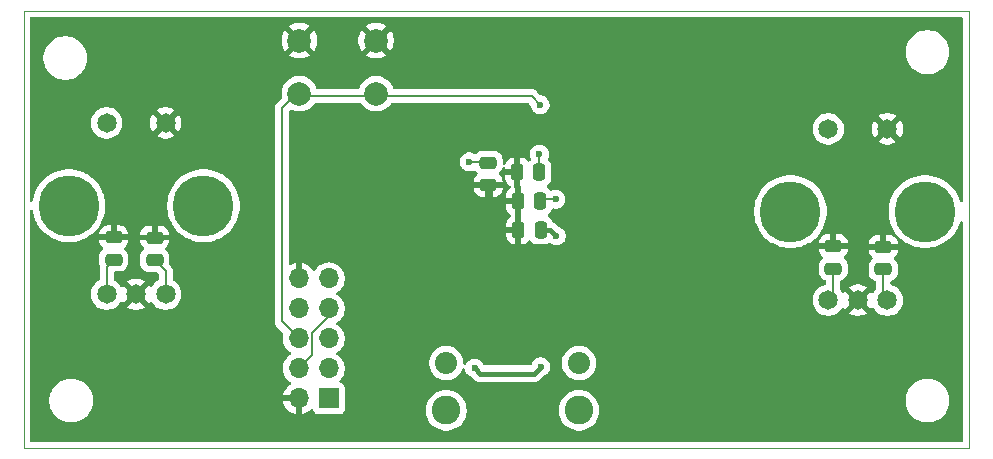
<source format=gbr>
%TF.GenerationSoftware,KiCad,Pcbnew,9.0.0*%
%TF.CreationDate,2025-03-14T14:13:33-06:00*%
%TF.ProjectId,scrollwheel_peripheral,7363726f-6c6c-4776-9865-656c5f706572,rev?*%
%TF.SameCoordinates,Original*%
%TF.FileFunction,Copper,L2,Bot*%
%TF.FilePolarity,Positive*%
%FSLAX46Y46*%
G04 Gerber Fmt 4.6, Leading zero omitted, Abs format (unit mm)*
G04 Created by KiCad (PCBNEW 9.0.0) date 2025-03-14 14:13:33*
%MOMM*%
%LPD*%
G01*
G04 APERTURE LIST*
G04 Aperture macros list*
%AMRoundRect*
0 Rectangle with rounded corners*
0 $1 Rounding radius*
0 $2 $3 $4 $5 $6 $7 $8 $9 X,Y pos of 4 corners*
0 Add a 4 corners polygon primitive as box body*
4,1,4,$2,$3,$4,$5,$6,$7,$8,$9,$2,$3,0*
0 Add four circle primitives for the rounded corners*
1,1,$1+$1,$2,$3*
1,1,$1+$1,$4,$5*
1,1,$1+$1,$6,$7*
1,1,$1+$1,$8,$9*
0 Add four rect primitives between the rounded corners*
20,1,$1+$1,$2,$3,$4,$5,0*
20,1,$1+$1,$4,$5,$6,$7,0*
20,1,$1+$1,$6,$7,$8,$9,0*
20,1,$1+$1,$8,$9,$2,$3,0*%
G04 Aperture macros list end*
%TA.AperFunction,ComponentPad*%
%ADD10C,1.650000*%
%TD*%
%TA.AperFunction,ComponentPad*%
%ADD11C,5.161000*%
%TD*%
%TA.AperFunction,ComponentPad*%
%ADD12C,2.000000*%
%TD*%
%TA.AperFunction,ComponentPad*%
%ADD13R,1.700000X1.700000*%
%TD*%
%TA.AperFunction,ComponentPad*%
%ADD14O,1.700000X1.700000*%
%TD*%
%TA.AperFunction,ComponentPad*%
%ADD15C,1.875000*%
%TD*%
%TA.AperFunction,ComponentPad*%
%ADD16C,2.430000*%
%TD*%
%TA.AperFunction,SMDPad,CuDef*%
%ADD17RoundRect,0.250000X-0.475000X0.250000X-0.475000X-0.250000X0.475000X-0.250000X0.475000X0.250000X0*%
%TD*%
%TA.AperFunction,SMDPad,CuDef*%
%ADD18RoundRect,0.250000X0.475000X-0.250000X0.475000X0.250000X-0.475000X0.250000X-0.475000X-0.250000X0*%
%TD*%
%TA.AperFunction,SMDPad,CuDef*%
%ADD19RoundRect,0.250000X0.250000X0.475000X-0.250000X0.475000X-0.250000X-0.475000X0.250000X-0.475000X0*%
%TD*%
%TA.AperFunction,SMDPad,CuDef*%
%ADD20RoundRect,0.250000X-0.250000X-0.475000X0.250000X-0.475000X0.250000X0.475000X-0.250000X0.475000X0*%
%TD*%
%TA.AperFunction,ViaPad*%
%ADD21C,0.600000*%
%TD*%
%TA.AperFunction,Conductor*%
%ADD22C,0.200000*%
%TD*%
%TA.AperFunction,Conductor*%
%ADD23C,0.400000*%
%TD*%
%TA.AperFunction,Profile*%
%ADD24C,0.050000*%
%TD*%
G04 APERTURE END LIST*
D10*
%TO.P,VR1,1,1*%
%TO.N,Net-(IC1-PB4_(PCINT4{slash}ADC11))*%
X49000000Y-63000000D03*
%TO.P,VR1,2,2*%
%TO.N,GND*%
X54000000Y-63000000D03*
%TO.P,VR1,A1,A*%
%TO.N,Net-(IC1-PB5_(PCINT5{slash}OC1A{slash}~{OC4B}{slash}ADC))*%
X49000000Y-77500000D03*
%TO.P,VR1,B1,B*%
%TO.N,Net-(IC1-PB6_(PCINT6{slash}OC1B{slash}OC4B{slash}ADC))*%
X54000000Y-77500000D03*
%TO.P,VR1,C1,C*%
%TO.N,GND*%
X51500000Y-77500000D03*
D11*
%TO.P,VR1,MH1,MH1*%
%TO.N,unconnected-(VR1-PadMH1)*%
X45800000Y-70000000D03*
%TO.P,VR1,MH2,MH2*%
%TO.N,unconnected-(VR1-PadMH2)*%
X57200000Y-70000000D03*
%TD*%
D12*
%TO.P,SW2,1,1*%
%TO.N,GND*%
X65325000Y-56025000D03*
X71825000Y-56025000D03*
%TO.P,SW2,2,2*%
%TO.N,Net-(IC1-~{RESET})*%
X65325000Y-60525000D03*
X71825000Y-60525000D03*
%TD*%
D13*
%TO.P,J2,1,TCK*%
%TO.N,Net-(IC1-PF4_(ADC4{slash}TCK))*%
X67815000Y-86325000D03*
D14*
%TO.P,J2,2,GND*%
%TO.N,GND*%
X65275000Y-86325000D03*
%TO.P,J2,3,TDO*%
%TO.N,Net-(IC1-PF6_(ADC6{slash}TDO))*%
X67815000Y-83785000D03*
%TO.P,J2,4,VREF*%
%TO.N,/5V*%
X65275000Y-83785000D03*
%TO.P,J2,5,TMS*%
%TO.N,Net-(IC1-PF5_(ADC5{slash}TMS))*%
X67815000Y-81245000D03*
%TO.P,J2,6,~{SRST}*%
%TO.N,Net-(IC1-~{RESET})*%
X65275000Y-81245000D03*
%TO.P,J2,7,VCC*%
%TO.N,/5V*%
X67815000Y-78705000D03*
%TO.P,J2,8,~{TRST}*%
%TO.N,unconnected-(J2-~{TRST}-Pad8)*%
X65275000Y-78705000D03*
%TO.P,J2,9,TDI*%
%TO.N,Net-(IC1-PF7_(ADC7{slash}TDI))*%
X67815000Y-76165000D03*
%TO.P,J2,10,GND*%
%TO.N,GND*%
X65275000Y-76165000D03*
%TD*%
D15*
%TO.P,J1,1,MH1*%
%TO.N,unconnected-(J1-MH1-Pad1)*%
X77760000Y-83325000D03*
%TO.P,J1,2,MH2*%
%TO.N,unconnected-(J1-MH2-Pad2)*%
X89000000Y-83325000D03*
D16*
%TO.P,J1,3,MH3*%
%TO.N,unconnected-(J1-MH3-Pad3)*%
X77760000Y-87325000D03*
%TO.P,J1,4,MH4*%
%TO.N,unconnected-(J1-MH4-Pad4)*%
X89000000Y-87325000D03*
%TD*%
D10*
%TO.P,VR2,1,1*%
%TO.N,Net-(IC1-(PDI{slash}PCINT2{slash}MOSI)_PB2)*%
X110100000Y-63500000D03*
%TO.P,VR2,2,2*%
%TO.N,GND*%
X115100000Y-63500000D03*
%TO.P,VR2,A1,A*%
%TO.N,Net-(IC1-(SS{slash}PCINT0)_PB0)*%
X110100000Y-78000000D03*
%TO.P,VR2,B1,B*%
%TO.N,Net-(IC1-(PCINT1{slash}SCLK)_PB1)*%
X115100000Y-78000000D03*
%TO.P,VR2,C1,C*%
%TO.N,GND*%
X112600000Y-78000000D03*
D11*
%TO.P,VR2,MH1,MH1*%
%TO.N,unconnected-(VR2-PadMH1)*%
X106900000Y-70500000D03*
%TO.P,VR2,MH2,MH2*%
%TO.N,unconnected-(VR2-PadMH2)*%
X118300000Y-70500000D03*
%TD*%
D17*
%TO.P,C11,1*%
%TO.N,/5V*%
X81300000Y-66350000D03*
%TO.P,C11,2*%
%TO.N,GND*%
X81300000Y-68250000D03*
%TD*%
D18*
%TO.P,C1,1*%
%TO.N,Net-(IC1-PB5_(PCINT5{slash}OC1A{slash}~{OC4B}{slash}ADC))*%
X49600000Y-74575000D03*
%TO.P,C1,2*%
%TO.N,GND*%
X49600000Y-72675000D03*
%TD*%
%TO.P,C4,1*%
%TO.N,Net-(IC1-(PCINT1{slash}SCLK)_PB1)*%
X114750000Y-75400000D03*
%TO.P,C4,2*%
%TO.N,GND*%
X114750000Y-73500000D03*
%TD*%
%TO.P,C2,1*%
%TO.N,Net-(IC1-PB6_(PCINT6{slash}OC1B{slash}OC4B{slash}ADC))*%
X53075000Y-74600000D03*
%TO.P,C2,2*%
%TO.N,GND*%
X53075000Y-72700000D03*
%TD*%
%TO.P,C3,1*%
%TO.N,Net-(IC1-(SS{slash}PCINT0)_PB0)*%
X110525000Y-75325000D03*
%TO.P,C3,2*%
%TO.N,GND*%
X110525000Y-73425000D03*
%TD*%
D19*
%TO.P,C5,1*%
%TO.N,Net-(IC1-UCAP)*%
X85725000Y-69625000D03*
%TO.P,C5,2*%
%TO.N,GND*%
X83825000Y-69625000D03*
%TD*%
D20*
%TO.P,C8,1*%
%TO.N,GND*%
X83850000Y-72050000D03*
%TO.P,C8,2*%
%TO.N,/5V*%
X85750000Y-72050000D03*
%TD*%
D19*
%TO.P,C9,1*%
%TO.N,/5V*%
X85650000Y-67150000D03*
%TO.P,C9,2*%
%TO.N,GND*%
X83750000Y-67150000D03*
%TD*%
D21*
%TO.N,GND*%
X81650000Y-69725000D03*
X84050000Y-65025000D03*
X81550000Y-73500000D03*
%TO.N,Net-(IC1-UCAP)*%
X87025000Y-69450000D03*
%TO.N,/5V*%
X85650000Y-65625000D03*
X87075000Y-72575000D03*
X79700000Y-66300000D03*
X85750000Y-83650000D03*
X80150000Y-83750000D03*
%TO.N,Net-(IC1-~{RESET})*%
X85700000Y-61450000D03*
%TD*%
D22*
%TO.N,GND*%
X81650000Y-68600000D02*
X81300000Y-68250000D01*
X81650000Y-69725000D02*
X81650000Y-68600000D01*
X84050000Y-65025000D02*
X84050000Y-65175000D01*
X84050000Y-65175000D02*
X83750000Y-65475000D01*
X83750000Y-65475000D02*
X83750000Y-67150000D01*
X81550000Y-73500000D02*
X81700000Y-73500000D01*
%TO.N,Net-(IC1-PB5_(PCINT5{slash}OC1A{slash}~{OC4B}{slash}ADC))*%
X49600000Y-74575000D02*
X49000000Y-75175000D01*
X49000000Y-75175000D02*
X49000000Y-77500000D01*
%TO.N,Net-(IC1-UCAP)*%
X85900000Y-69450000D02*
X85725000Y-69625000D01*
X87025000Y-69450000D02*
X85900000Y-69450000D01*
D23*
%TO.N,/5V*%
X85750000Y-72050000D02*
X86550000Y-72050000D01*
D22*
X66426000Y-82634000D02*
X66426000Y-80768240D01*
X85650000Y-65625000D02*
X85650000Y-67150000D01*
X81250000Y-66300000D02*
X81300000Y-66350000D01*
X65275000Y-83785000D02*
X66426000Y-82634000D01*
D23*
X85750000Y-83650000D02*
X85174000Y-84226000D01*
D22*
X79700000Y-66300000D02*
X81250000Y-66300000D01*
X67815000Y-79379240D02*
X67815000Y-78705000D01*
X66426000Y-80768240D02*
X67815000Y-79379240D01*
D23*
X86550000Y-72050000D02*
X87075000Y-72575000D01*
X80626000Y-84226000D02*
X80150000Y-83750000D01*
X85174000Y-84226000D02*
X80626000Y-84226000D01*
D22*
%TO.N,Net-(IC1-~{RESET})*%
X63825000Y-61775000D02*
X63825000Y-79795000D01*
X71375000Y-60725000D02*
X64875000Y-60725000D01*
X63825000Y-79795000D02*
X65275000Y-81245000D01*
X84975000Y-60725000D02*
X85700000Y-61450000D01*
X71375000Y-60725000D02*
X84975000Y-60725000D01*
X64875000Y-60725000D02*
X63825000Y-61775000D01*
%TO.N,Net-(IC1-(PCINT1{slash}SCLK)_PB1)*%
X114750000Y-77650000D02*
X115100000Y-78000000D01*
X114750000Y-75400000D02*
X114750000Y-77650000D01*
%TO.N,Net-(IC1-(SS{slash}PCINT0)_PB0)*%
X110525000Y-75325000D02*
X110525000Y-77575000D01*
X110525000Y-77575000D02*
X110100000Y-78000000D01*
%TO.N,Net-(IC1-PB6_(PCINT6{slash}OC1B{slash}OC4B{slash}ADC))*%
X54000000Y-75525000D02*
X54000000Y-77500000D01*
X53075000Y-74600000D02*
X54000000Y-75525000D01*
%TD*%
%TA.AperFunction,Conductor*%
%TO.N,GND*%
G36*
X121442539Y-54020185D02*
G01*
X121488294Y-54072989D01*
X121499500Y-54124500D01*
X121499500Y-69585355D01*
X121479815Y-69652394D01*
X121427011Y-69698149D01*
X121357853Y-69708093D01*
X121294297Y-69679068D01*
X121258459Y-69626310D01*
X121150960Y-69319100D01*
X121150951Y-69319078D01*
X121000816Y-69007319D01*
X120889818Y-68830666D01*
X120816703Y-68714304D01*
X120600944Y-68443751D01*
X120356249Y-68199056D01*
X120085696Y-67983297D01*
X119792686Y-67799187D01*
X119792687Y-67799187D01*
X119792680Y-67799183D01*
X119480921Y-67649048D01*
X119480899Y-67649039D01*
X119154285Y-67534751D01*
X119154273Y-67534747D01*
X118816903Y-67457745D01*
X118816885Y-67457742D01*
X118473031Y-67419000D01*
X118473025Y-67419000D01*
X118126975Y-67419000D01*
X118126968Y-67419000D01*
X117783114Y-67457742D01*
X117783096Y-67457745D01*
X117445726Y-67534747D01*
X117445714Y-67534751D01*
X117119100Y-67649039D01*
X117119078Y-67649048D01*
X116807319Y-67799183D01*
X116514305Y-67983296D01*
X116243751Y-68199055D01*
X115999055Y-68443751D01*
X115783296Y-68714305D01*
X115599183Y-69007319D01*
X115449048Y-69319078D01*
X115449039Y-69319100D01*
X115334751Y-69645714D01*
X115334747Y-69645726D01*
X115257745Y-69983096D01*
X115257742Y-69983114D01*
X115219000Y-70326968D01*
X115219000Y-70673031D01*
X115257742Y-71016885D01*
X115257745Y-71016903D01*
X115334747Y-71354273D01*
X115334751Y-71354285D01*
X115449039Y-71680899D01*
X115449048Y-71680921D01*
X115599183Y-71992680D01*
X115639126Y-72056249D01*
X115783297Y-72285696D01*
X115999056Y-72556249D01*
X116243751Y-72800944D01*
X116514304Y-73016703D01*
X116686679Y-73125013D01*
X116807319Y-73200816D01*
X117119078Y-73350951D01*
X117119087Y-73350954D01*
X117119094Y-73350958D01*
X117119100Y-73350960D01*
X117445714Y-73465248D01*
X117445726Y-73465252D01*
X117783100Y-73542255D01*
X117783106Y-73542255D01*
X117783114Y-73542257D01*
X118012350Y-73568085D01*
X118126969Y-73580999D01*
X118126972Y-73581000D01*
X118126975Y-73581000D01*
X118473028Y-73581000D01*
X118473029Y-73580999D01*
X118648767Y-73561198D01*
X118816885Y-73542257D01*
X118816890Y-73542256D01*
X118816900Y-73542255D01*
X119154274Y-73465252D01*
X119480906Y-73350958D01*
X119493825Y-73344737D01*
X119792680Y-73200816D01*
X119792680Y-73200815D01*
X119792686Y-73200813D01*
X120085696Y-73016703D01*
X120356249Y-72800944D01*
X120600944Y-72556249D01*
X120816703Y-72285696D01*
X121000813Y-71992686D01*
X121062010Y-71865609D01*
X121150951Y-71680921D01*
X121150952Y-71680917D01*
X121150958Y-71680906D01*
X121212200Y-71505887D01*
X121258459Y-71373689D01*
X121299180Y-71316913D01*
X121364133Y-71291166D01*
X121432695Y-71304622D01*
X121483098Y-71353010D01*
X121499500Y-71414644D01*
X121499500Y-89875500D01*
X121479815Y-89942539D01*
X121427011Y-89988294D01*
X121375500Y-89999500D01*
X42624500Y-89999500D01*
X42557461Y-89979815D01*
X42511706Y-89927011D01*
X42500500Y-89875500D01*
X42500500Y-86378711D01*
X44149500Y-86378711D01*
X44149500Y-86621288D01*
X44181161Y-86861785D01*
X44243947Y-87096104D01*
X44296457Y-87222873D01*
X44336776Y-87320212D01*
X44458064Y-87530289D01*
X44458066Y-87530292D01*
X44458067Y-87530293D01*
X44605733Y-87722736D01*
X44605739Y-87722743D01*
X44777256Y-87894260D01*
X44777262Y-87894265D01*
X44969711Y-88041936D01*
X45179788Y-88163224D01*
X45403900Y-88256054D01*
X45638211Y-88318838D01*
X45818586Y-88342584D01*
X45878711Y-88350500D01*
X45878712Y-88350500D01*
X46121289Y-88350500D01*
X46169388Y-88344167D01*
X46361789Y-88318838D01*
X46596100Y-88256054D01*
X46820212Y-88163224D01*
X47030289Y-88041936D01*
X47222738Y-87894265D01*
X47394265Y-87722738D01*
X47541936Y-87530289D01*
X47663224Y-87320212D01*
X47756054Y-87096100D01*
X47818838Y-86861789D01*
X47850500Y-86621288D01*
X47850500Y-86378712D01*
X47849336Y-86369874D01*
X47818838Y-86138214D01*
X47818838Y-86138211D01*
X47756054Y-85903900D01*
X47663224Y-85679788D01*
X47541936Y-85469711D01*
X47394265Y-85277262D01*
X47394260Y-85277256D01*
X47222743Y-85105739D01*
X47222736Y-85105733D01*
X47030293Y-84958067D01*
X47030292Y-84958066D01*
X47030289Y-84958064D01*
X46820212Y-84836776D01*
X46820205Y-84836773D01*
X46596104Y-84743947D01*
X46361785Y-84681161D01*
X46121289Y-84649500D01*
X46121288Y-84649500D01*
X45878712Y-84649500D01*
X45878711Y-84649500D01*
X45638214Y-84681161D01*
X45403895Y-84743947D01*
X45179794Y-84836773D01*
X45179785Y-84836777D01*
X44969706Y-84958067D01*
X44777263Y-85105733D01*
X44777256Y-85105739D01*
X44605739Y-85277256D01*
X44605733Y-85277263D01*
X44458067Y-85469706D01*
X44336777Y-85679785D01*
X44336773Y-85679794D01*
X44243947Y-85903895D01*
X44181161Y-86138214D01*
X44149500Y-86378711D01*
X42500500Y-86378711D01*
X42500500Y-79874054D01*
X63224498Y-79874054D01*
X63257178Y-79996018D01*
X63265423Y-80026785D01*
X63282002Y-80055500D01*
X63344479Y-80163714D01*
X63344481Y-80163717D01*
X63463349Y-80282585D01*
X63463355Y-80282590D01*
X63941241Y-80760476D01*
X63974726Y-80821799D01*
X63971492Y-80886473D01*
X63957753Y-80928757D01*
X63924500Y-81138713D01*
X63924500Y-81351286D01*
X63957753Y-81561239D01*
X64023444Y-81763414D01*
X64119951Y-81952820D01*
X64244890Y-82124786D01*
X64395213Y-82275109D01*
X64567182Y-82400050D01*
X64575946Y-82404516D01*
X64626742Y-82452491D01*
X64643536Y-82520312D01*
X64620998Y-82586447D01*
X64575946Y-82625484D01*
X64567182Y-82629949D01*
X64395213Y-82754890D01*
X64244890Y-82905213D01*
X64119951Y-83077179D01*
X64023444Y-83266585D01*
X63957753Y-83468760D01*
X63924500Y-83678713D01*
X63924500Y-83891286D01*
X63954179Y-84078676D01*
X63957754Y-84101243D01*
X64009920Y-84261794D01*
X64023444Y-84303414D01*
X64119951Y-84492820D01*
X64244890Y-84664786D01*
X64395213Y-84815109D01*
X64567179Y-84940048D01*
X64567181Y-84940049D01*
X64567184Y-84940051D01*
X64576493Y-84944794D01*
X64627290Y-84992766D01*
X64644087Y-85060587D01*
X64621552Y-85126722D01*
X64576502Y-85165762D01*
X64567443Y-85170378D01*
X64395540Y-85295272D01*
X64395535Y-85295276D01*
X64245276Y-85445535D01*
X64245272Y-85445540D01*
X64120379Y-85617442D01*
X64023904Y-85806782D01*
X63958242Y-86008870D01*
X63958242Y-86008873D01*
X63947769Y-86075000D01*
X64841988Y-86075000D01*
X64809075Y-86132007D01*
X64775000Y-86259174D01*
X64775000Y-86390826D01*
X64809075Y-86517993D01*
X64841988Y-86575000D01*
X63947769Y-86575000D01*
X63958242Y-86641126D01*
X63958242Y-86641129D01*
X64023904Y-86843217D01*
X64120379Y-87032557D01*
X64245272Y-87204459D01*
X64245276Y-87204464D01*
X64395535Y-87354723D01*
X64395540Y-87354727D01*
X64567442Y-87479620D01*
X64756782Y-87576095D01*
X64958871Y-87641757D01*
X65025000Y-87652231D01*
X65025000Y-86758012D01*
X65082007Y-86790925D01*
X65209174Y-86825000D01*
X65340826Y-86825000D01*
X65467993Y-86790925D01*
X65525000Y-86758012D01*
X65525000Y-87652230D01*
X65591126Y-87641757D01*
X65591129Y-87641757D01*
X65793217Y-87576095D01*
X65982557Y-87479620D01*
X66154458Y-87354728D01*
X66268133Y-87241053D01*
X66329456Y-87207568D01*
X66399148Y-87212552D01*
X66455082Y-87254423D01*
X66471997Y-87285401D01*
X66521202Y-87417328D01*
X66521206Y-87417335D01*
X66607452Y-87532544D01*
X66607455Y-87532547D01*
X66722664Y-87618793D01*
X66722671Y-87618797D01*
X66857517Y-87669091D01*
X66857516Y-87669091D01*
X66864444Y-87669835D01*
X66917127Y-87675500D01*
X68712872Y-87675499D01*
X68772483Y-87669091D01*
X68907331Y-87618796D01*
X69022546Y-87532546D01*
X69108796Y-87417331D01*
X69159091Y-87282483D01*
X69165500Y-87222873D01*
X69165500Y-87212552D01*
X76044500Y-87212552D01*
X76044500Y-87437447D01*
X76073852Y-87660393D01*
X76132057Y-87877615D01*
X76132059Y-87877622D01*
X76218110Y-88085367D01*
X76218114Y-88085377D01*
X76330552Y-88280125D01*
X76467449Y-88458533D01*
X76467455Y-88458540D01*
X76626459Y-88617544D01*
X76626466Y-88617550D01*
X76804874Y-88754447D01*
X76999622Y-88866885D01*
X76999623Y-88866885D01*
X76999626Y-88866887D01*
X77207387Y-88952944D01*
X77424604Y-89011147D01*
X77647560Y-89040500D01*
X77647567Y-89040500D01*
X77872433Y-89040500D01*
X77872440Y-89040500D01*
X78095396Y-89011147D01*
X78312613Y-88952944D01*
X78520374Y-88866887D01*
X78715126Y-88754447D01*
X78893535Y-88617549D01*
X79052549Y-88458535D01*
X79189447Y-88280126D01*
X79301887Y-88085374D01*
X79387944Y-87877613D01*
X79446147Y-87660396D01*
X79475500Y-87437440D01*
X79475500Y-87212560D01*
X79475499Y-87212552D01*
X87284500Y-87212552D01*
X87284500Y-87437447D01*
X87313852Y-87660393D01*
X87372057Y-87877615D01*
X87372059Y-87877622D01*
X87458110Y-88085367D01*
X87458114Y-88085377D01*
X87570552Y-88280125D01*
X87707449Y-88458533D01*
X87707455Y-88458540D01*
X87866459Y-88617544D01*
X87866466Y-88617550D01*
X88044874Y-88754447D01*
X88239622Y-88866885D01*
X88239623Y-88866885D01*
X88239626Y-88866887D01*
X88447387Y-88952944D01*
X88664604Y-89011147D01*
X88887560Y-89040500D01*
X88887567Y-89040500D01*
X89112433Y-89040500D01*
X89112440Y-89040500D01*
X89335396Y-89011147D01*
X89552613Y-88952944D01*
X89760374Y-88866887D01*
X89955126Y-88754447D01*
X90133535Y-88617549D01*
X90292549Y-88458535D01*
X90429447Y-88280126D01*
X90541887Y-88085374D01*
X90627944Y-87877613D01*
X90686147Y-87660396D01*
X90715500Y-87437440D01*
X90715500Y-87212560D01*
X90714433Y-87204459D01*
X90700168Y-87096104D01*
X90686147Y-86989604D01*
X90627944Y-86772387D01*
X90541887Y-86564626D01*
X90514963Y-86517993D01*
X90468002Y-86436653D01*
X90434549Y-86378711D01*
X116649500Y-86378711D01*
X116649500Y-86621288D01*
X116681161Y-86861785D01*
X116743947Y-87096104D01*
X116796457Y-87222873D01*
X116836776Y-87320212D01*
X116958064Y-87530289D01*
X116958066Y-87530292D01*
X116958067Y-87530293D01*
X117105733Y-87722736D01*
X117105739Y-87722743D01*
X117277256Y-87894260D01*
X117277262Y-87894265D01*
X117469711Y-88041936D01*
X117679788Y-88163224D01*
X117903900Y-88256054D01*
X118138211Y-88318838D01*
X118318586Y-88342584D01*
X118378711Y-88350500D01*
X118378712Y-88350500D01*
X118621289Y-88350500D01*
X118669388Y-88344167D01*
X118861789Y-88318838D01*
X119096100Y-88256054D01*
X119320212Y-88163224D01*
X119530289Y-88041936D01*
X119722738Y-87894265D01*
X119894265Y-87722738D01*
X120041936Y-87530289D01*
X120163224Y-87320212D01*
X120256054Y-87096100D01*
X120318838Y-86861789D01*
X120350500Y-86621288D01*
X120350500Y-86378712D01*
X120349336Y-86369874D01*
X120318838Y-86138214D01*
X120318838Y-86138211D01*
X120256054Y-85903900D01*
X120163224Y-85679788D01*
X120041936Y-85469711D01*
X119894265Y-85277262D01*
X119894260Y-85277256D01*
X119722743Y-85105739D01*
X119722736Y-85105733D01*
X119530293Y-84958067D01*
X119530292Y-84958066D01*
X119530289Y-84958064D01*
X119320212Y-84836776D01*
X119320205Y-84836773D01*
X119096104Y-84743947D01*
X118861785Y-84681161D01*
X118621289Y-84649500D01*
X118621288Y-84649500D01*
X118378712Y-84649500D01*
X118378711Y-84649500D01*
X118138214Y-84681161D01*
X117903895Y-84743947D01*
X117679794Y-84836773D01*
X117679785Y-84836777D01*
X117469706Y-84958067D01*
X117277263Y-85105733D01*
X117277256Y-85105739D01*
X117105739Y-85277256D01*
X117105733Y-85277263D01*
X116958067Y-85469706D01*
X116836777Y-85679785D01*
X116836773Y-85679794D01*
X116743947Y-85903895D01*
X116681161Y-86138214D01*
X116649500Y-86378711D01*
X90434549Y-86378711D01*
X90429447Y-86369874D01*
X90292550Y-86191466D01*
X90292544Y-86191459D01*
X90133540Y-86032455D01*
X90133533Y-86032449D01*
X89955125Y-85895552D01*
X89760377Y-85783114D01*
X89760367Y-85783110D01*
X89552622Y-85697059D01*
X89552615Y-85697057D01*
X89552616Y-85697057D01*
X89552613Y-85697056D01*
X89399926Y-85656143D01*
X89335393Y-85638852D01*
X89112447Y-85609500D01*
X89112440Y-85609500D01*
X88887560Y-85609500D01*
X88887552Y-85609500D01*
X88664606Y-85638852D01*
X88511917Y-85679765D01*
X88447387Y-85697056D01*
X88447385Y-85697056D01*
X88447384Y-85697057D01*
X88447377Y-85697059D01*
X88239632Y-85783110D01*
X88239622Y-85783114D01*
X88044874Y-85895552D01*
X87866466Y-86032449D01*
X87866459Y-86032455D01*
X87707455Y-86191459D01*
X87707449Y-86191466D01*
X87570552Y-86369874D01*
X87458114Y-86564622D01*
X87458110Y-86564632D01*
X87372059Y-86772377D01*
X87372057Y-86772384D01*
X87313852Y-86989606D01*
X87284500Y-87212552D01*
X79475499Y-87212552D01*
X79474433Y-87204459D01*
X79460168Y-87096104D01*
X79446147Y-86989604D01*
X79387944Y-86772387D01*
X79301887Y-86564626D01*
X79274963Y-86517993D01*
X79189447Y-86369874D01*
X79052550Y-86191466D01*
X79052544Y-86191459D01*
X78893540Y-86032455D01*
X78893533Y-86032449D01*
X78715125Y-85895552D01*
X78520377Y-85783114D01*
X78520367Y-85783110D01*
X78312622Y-85697059D01*
X78312615Y-85697057D01*
X78312616Y-85697057D01*
X78312613Y-85697056D01*
X78159926Y-85656143D01*
X78095393Y-85638852D01*
X77872447Y-85609500D01*
X77872440Y-85609500D01*
X77647560Y-85609500D01*
X77647552Y-85609500D01*
X77424606Y-85638852D01*
X77271917Y-85679765D01*
X77207387Y-85697056D01*
X77207385Y-85697056D01*
X77207384Y-85697057D01*
X77207377Y-85697059D01*
X76999632Y-85783110D01*
X76999622Y-85783114D01*
X76804874Y-85895552D01*
X76626466Y-86032449D01*
X76626459Y-86032455D01*
X76467455Y-86191459D01*
X76467449Y-86191466D01*
X76330552Y-86369874D01*
X76218114Y-86564622D01*
X76218110Y-86564632D01*
X76132059Y-86772377D01*
X76132057Y-86772384D01*
X76073852Y-86989606D01*
X76044500Y-87212552D01*
X69165500Y-87212552D01*
X69165499Y-86325000D01*
X69165499Y-85427129D01*
X69165498Y-85427123D01*
X69159091Y-85367516D01*
X69108797Y-85232671D01*
X69108793Y-85232664D01*
X69022547Y-85117455D01*
X69022544Y-85117452D01*
X68907335Y-85031206D01*
X68907328Y-85031202D01*
X68775917Y-84982189D01*
X68719983Y-84940318D01*
X68695566Y-84874853D01*
X68710418Y-84806580D01*
X68731563Y-84778332D01*
X68845104Y-84664792D01*
X68970051Y-84492816D01*
X69066557Y-84303412D01*
X69132246Y-84101243D01*
X69165500Y-83891287D01*
X69165500Y-83678713D01*
X69132246Y-83468757D01*
X69066557Y-83266588D01*
X69038652Y-83211821D01*
X76322000Y-83211821D01*
X76322000Y-83438178D01*
X76357407Y-83661733D01*
X76427354Y-83877005D01*
X76504888Y-84029172D01*
X76530112Y-84078676D01*
X76663155Y-84261794D01*
X76823206Y-84421845D01*
X77006324Y-84554888D01*
X77101605Y-84603436D01*
X77207994Y-84657645D01*
X77207996Y-84657645D01*
X77207999Y-84657647D01*
X77280371Y-84681162D01*
X77423266Y-84727592D01*
X77646822Y-84763000D01*
X77646827Y-84763000D01*
X77873178Y-84763000D01*
X78096733Y-84727592D01*
X78312001Y-84657647D01*
X78513676Y-84554888D01*
X78696794Y-84421845D01*
X78856845Y-84261794D01*
X78989888Y-84078676D01*
X79092647Y-83877001D01*
X79111065Y-83820313D01*
X79150502Y-83762640D01*
X79214861Y-83735441D01*
X79283707Y-83747356D01*
X79335183Y-83794600D01*
X79350613Y-83834441D01*
X79380261Y-83983491D01*
X79380264Y-83983501D01*
X79440602Y-84129172D01*
X79440609Y-84129185D01*
X79528210Y-84260288D01*
X79528213Y-84260292D01*
X79639707Y-84371786D01*
X79639711Y-84371789D01*
X79770814Y-84459390D01*
X79770827Y-84459397D01*
X79915185Y-84519191D01*
X79955414Y-84546071D01*
X80179453Y-84770111D01*
X80179454Y-84770112D01*
X80294192Y-84846777D01*
X80421667Y-84899578D01*
X80421672Y-84899580D01*
X80421676Y-84899580D01*
X80421677Y-84899581D01*
X80557003Y-84926500D01*
X80557006Y-84926500D01*
X85242996Y-84926500D01*
X85334040Y-84908389D01*
X85378328Y-84899580D01*
X85442069Y-84873177D01*
X85505807Y-84846777D01*
X85505808Y-84846776D01*
X85505811Y-84846775D01*
X85620543Y-84770114D01*
X85944588Y-84446067D01*
X85984810Y-84419192D01*
X86099255Y-84371789D01*
X86129173Y-84359397D01*
X86129176Y-84359395D01*
X86129179Y-84359394D01*
X86260289Y-84271789D01*
X86371789Y-84160289D01*
X86459394Y-84029179D01*
X86519737Y-83883497D01*
X86550500Y-83728842D01*
X86550500Y-83571158D01*
X86550500Y-83571155D01*
X86550499Y-83571153D01*
X86534193Y-83489179D01*
X86519737Y-83416503D01*
X86500812Y-83370814D01*
X86459397Y-83270827D01*
X86459391Y-83270816D01*
X86419972Y-83211821D01*
X87562000Y-83211821D01*
X87562000Y-83438178D01*
X87597407Y-83661733D01*
X87667354Y-83877005D01*
X87744888Y-84029172D01*
X87770112Y-84078676D01*
X87903155Y-84261794D01*
X88063206Y-84421845D01*
X88246324Y-84554888D01*
X88341605Y-84603436D01*
X88447994Y-84657645D01*
X88447996Y-84657645D01*
X88447999Y-84657647D01*
X88520371Y-84681162D01*
X88663266Y-84727592D01*
X88886822Y-84763000D01*
X88886827Y-84763000D01*
X89113178Y-84763000D01*
X89336733Y-84727592D01*
X89552001Y-84657647D01*
X89753676Y-84554888D01*
X89936794Y-84421845D01*
X90096845Y-84261794D01*
X90229888Y-84078676D01*
X90332647Y-83877001D01*
X90402592Y-83661733D01*
X90438000Y-83438178D01*
X90438000Y-83211821D01*
X90402592Y-82988266D01*
X90332645Y-82772994D01*
X90257484Y-82625484D01*
X90229888Y-82571324D01*
X90096845Y-82388206D01*
X89936794Y-82228155D01*
X89753676Y-82095112D01*
X89552005Y-81992354D01*
X89336733Y-81922407D01*
X89113178Y-81887000D01*
X89113173Y-81887000D01*
X88886827Y-81887000D01*
X88886822Y-81887000D01*
X88663266Y-81922407D01*
X88447994Y-81992354D01*
X88246323Y-82095112D01*
X88063203Y-82228157D01*
X87903157Y-82388203D01*
X87770112Y-82571323D01*
X87667354Y-82772994D01*
X87597407Y-82988266D01*
X87562000Y-83211821D01*
X86419972Y-83211821D01*
X86371789Y-83139711D01*
X86371786Y-83139707D01*
X86260292Y-83028213D01*
X86260288Y-83028210D01*
X86129185Y-82940609D01*
X86129172Y-82940602D01*
X85983501Y-82880264D01*
X85983489Y-82880261D01*
X85828845Y-82849500D01*
X85828842Y-82849500D01*
X85671158Y-82849500D01*
X85671155Y-82849500D01*
X85516510Y-82880261D01*
X85516498Y-82880264D01*
X85370827Y-82940602D01*
X85370814Y-82940609D01*
X85239711Y-83028210D01*
X85239707Y-83028213D01*
X85128213Y-83139707D01*
X85128210Y-83139711D01*
X85040609Y-83270814D01*
X85040604Y-83270824D01*
X84980809Y-83415183D01*
X84976178Y-83422113D01*
X84975082Y-83427154D01*
X84953932Y-83455409D01*
X84920164Y-83489179D01*
X84858842Y-83522665D01*
X84832480Y-83525500D01*
X81006318Y-83525500D01*
X80939279Y-83505815D01*
X80893524Y-83453011D01*
X80891757Y-83448952D01*
X80859397Y-83370827D01*
X80859390Y-83370814D01*
X80771789Y-83239711D01*
X80771786Y-83239707D01*
X80660292Y-83128213D01*
X80660288Y-83128210D01*
X80529185Y-83040609D01*
X80529172Y-83040602D01*
X80383501Y-82980264D01*
X80383489Y-82980261D01*
X80228845Y-82949500D01*
X80228842Y-82949500D01*
X80071158Y-82949500D01*
X80071155Y-82949500D01*
X79916510Y-82980261D01*
X79916498Y-82980264D01*
X79770827Y-83040602D01*
X79770814Y-83040609D01*
X79639711Y-83128210D01*
X79639707Y-83128213D01*
X79528213Y-83239707D01*
X79528210Y-83239711D01*
X79440609Y-83370814D01*
X79440604Y-83370824D01*
X79436561Y-83380586D01*
X79392720Y-83434989D01*
X79326426Y-83457054D01*
X79258726Y-83439775D01*
X79211116Y-83388637D01*
X79198000Y-83333133D01*
X79198000Y-83211821D01*
X79162592Y-82988266D01*
X79092645Y-82772994D01*
X79017484Y-82625484D01*
X78989888Y-82571324D01*
X78856845Y-82388206D01*
X78696794Y-82228155D01*
X78513676Y-82095112D01*
X78312005Y-81992354D01*
X78096733Y-81922407D01*
X77873178Y-81887000D01*
X77873173Y-81887000D01*
X77646827Y-81887000D01*
X77646822Y-81887000D01*
X77423266Y-81922407D01*
X77207994Y-81992354D01*
X77006323Y-82095112D01*
X76823203Y-82228157D01*
X76663157Y-82388203D01*
X76530112Y-82571323D01*
X76427354Y-82772994D01*
X76357407Y-82988266D01*
X76322000Y-83211821D01*
X69038652Y-83211821D01*
X68970051Y-83077184D01*
X68970049Y-83077181D01*
X68970048Y-83077179D01*
X68845109Y-82905213D01*
X68694786Y-82754890D01*
X68522820Y-82629951D01*
X68522115Y-82629591D01*
X68514054Y-82625485D01*
X68463259Y-82577512D01*
X68446463Y-82509692D01*
X68468999Y-82443556D01*
X68514054Y-82404515D01*
X68522816Y-82400051D01*
X68603500Y-82341431D01*
X68694786Y-82275109D01*
X68694788Y-82275106D01*
X68694792Y-82275104D01*
X68845104Y-82124792D01*
X68845106Y-82124788D01*
X68845109Y-82124786D01*
X68970048Y-81952820D01*
X68970047Y-81952820D01*
X68970051Y-81952816D01*
X69066557Y-81763412D01*
X69132246Y-81561243D01*
X69165500Y-81351287D01*
X69165500Y-81138713D01*
X69132246Y-80928757D01*
X69066557Y-80726588D01*
X68970051Y-80537184D01*
X68970049Y-80537181D01*
X68970048Y-80537179D01*
X68845109Y-80365213D01*
X68694786Y-80214890D01*
X68522820Y-80089951D01*
X68522115Y-80089591D01*
X68514054Y-80085485D01*
X68463259Y-80037512D01*
X68446463Y-79969692D01*
X68468999Y-79903556D01*
X68514054Y-79864515D01*
X68522816Y-79860051D01*
X68544789Y-79844086D01*
X68694786Y-79735109D01*
X68694788Y-79735106D01*
X68694792Y-79735104D01*
X68845104Y-79584792D01*
X68845106Y-79584788D01*
X68845109Y-79584786D01*
X68970048Y-79412820D01*
X68970047Y-79412820D01*
X68970051Y-79412816D01*
X69066557Y-79223412D01*
X69132246Y-79021243D01*
X69165500Y-78811287D01*
X69165500Y-78598713D01*
X69132246Y-78388757D01*
X69066557Y-78186588D01*
X68970051Y-77997184D01*
X68967304Y-77993403D01*
X68945720Y-77963694D01*
X68896302Y-77895675D01*
X108774500Y-77895675D01*
X108774500Y-78104324D01*
X108807137Y-78310389D01*
X108871612Y-78508820D01*
X108966193Y-78694446D01*
X108966330Y-78694714D01*
X109088965Y-78863505D01*
X109236495Y-79011035D01*
X109405286Y-79133670D01*
X109493116Y-79178421D01*
X109591179Y-79228387D01*
X109591181Y-79228387D01*
X109591184Y-79228389D01*
X109697545Y-79262948D01*
X109789610Y-79292862D01*
X109995676Y-79325500D01*
X109995681Y-79325500D01*
X110204324Y-79325500D01*
X110410389Y-79292862D01*
X110411894Y-79292373D01*
X110608816Y-79228389D01*
X110794714Y-79133670D01*
X110963505Y-79011035D01*
X111111035Y-78863505D01*
X111233670Y-78694714D01*
X111239794Y-78682692D01*
X111287766Y-78631896D01*
X111355586Y-78615098D01*
X111421722Y-78637632D01*
X111460765Y-78682689D01*
X111466755Y-78694446D01*
X111502627Y-78743818D01*
X111502627Y-78743819D01*
X112076212Y-78170234D01*
X112087482Y-78212292D01*
X112159890Y-78337708D01*
X112262292Y-78440110D01*
X112387708Y-78512518D01*
X112429765Y-78523787D01*
X111856179Y-79097371D01*
X111856180Y-79097372D01*
X111905543Y-79133236D01*
X111905556Y-79133244D01*
X112091372Y-79227924D01*
X112289727Y-79292373D01*
X112495721Y-79325000D01*
X112704279Y-79325000D01*
X112910272Y-79292373D01*
X113108627Y-79227924D01*
X113294451Y-79133240D01*
X113343818Y-79097372D01*
X113343818Y-79097371D01*
X112770234Y-78523787D01*
X112812292Y-78512518D01*
X112937708Y-78440110D01*
X113040110Y-78337708D01*
X113112518Y-78212292D01*
X113123787Y-78170234D01*
X113697371Y-78743818D01*
X113697372Y-78743818D01*
X113733241Y-78694449D01*
X113739231Y-78682694D01*
X113787203Y-78631896D01*
X113855023Y-78615098D01*
X113921159Y-78637632D01*
X113960203Y-78682689D01*
X113966330Y-78694714D01*
X114088965Y-78863505D01*
X114236495Y-79011035D01*
X114405286Y-79133670D01*
X114493116Y-79178421D01*
X114591179Y-79228387D01*
X114591181Y-79228387D01*
X114591184Y-79228389D01*
X114697545Y-79262948D01*
X114789610Y-79292862D01*
X114995676Y-79325500D01*
X114995681Y-79325500D01*
X115204324Y-79325500D01*
X115410389Y-79292862D01*
X115411894Y-79292373D01*
X115608816Y-79228389D01*
X115794714Y-79133670D01*
X115963505Y-79011035D01*
X116111035Y-78863505D01*
X116233670Y-78694714D01*
X116328389Y-78508816D01*
X116392862Y-78310389D01*
X116411183Y-78194714D01*
X116425500Y-78104324D01*
X116425500Y-77895675D01*
X116392862Y-77689610D01*
X116350713Y-77559890D01*
X116328389Y-77491184D01*
X116328387Y-77491181D01*
X116328387Y-77491179D01*
X116275689Y-77387754D01*
X116233670Y-77305286D01*
X116111035Y-77136495D01*
X115963505Y-76988965D01*
X115794714Y-76866330D01*
X115674907Y-76805286D01*
X115608818Y-76771612D01*
X115608817Y-76771611D01*
X115608816Y-76771611D01*
X115436181Y-76715518D01*
X115415780Y-76701569D01*
X115393297Y-76691301D01*
X115387443Y-76682192D01*
X115378506Y-76676081D01*
X115368884Y-76653314D01*
X115355523Y-76632523D01*
X115353163Y-76616114D01*
X115351308Y-76611723D01*
X115350500Y-76597588D01*
X115350500Y-76488585D01*
X115370185Y-76421546D01*
X115422989Y-76375791D01*
X115435489Y-76370881D01*
X115544334Y-76334814D01*
X115693656Y-76242712D01*
X115817712Y-76118656D01*
X115909814Y-75969334D01*
X115964999Y-75802797D01*
X115975500Y-75700009D01*
X115975499Y-75099992D01*
X115975085Y-75095943D01*
X115964999Y-74997203D01*
X115964998Y-74997200D01*
X115909814Y-74830666D01*
X115817712Y-74681344D01*
X115693656Y-74557288D01*
X115690342Y-74555243D01*
X115688546Y-74553248D01*
X115687989Y-74552807D01*
X115688064Y-74552711D01*
X115643618Y-74503297D01*
X115632397Y-74434334D01*
X115660240Y-74370252D01*
X115690348Y-74344165D01*
X115693342Y-74342318D01*
X115817315Y-74218345D01*
X115909356Y-74069124D01*
X115909358Y-74069119D01*
X115964505Y-73902697D01*
X115964506Y-73902690D01*
X115974999Y-73799986D01*
X115975000Y-73799973D01*
X115975000Y-73750000D01*
X113525001Y-73750000D01*
X113525001Y-73799986D01*
X113535494Y-73902697D01*
X113590641Y-74069119D01*
X113590643Y-74069124D01*
X113682684Y-74218345D01*
X113806655Y-74342316D01*
X113806659Y-74342319D01*
X113809656Y-74344168D01*
X113811279Y-74345972D01*
X113812323Y-74346798D01*
X113812181Y-74346976D01*
X113856381Y-74396116D01*
X113867602Y-74465079D01*
X113839759Y-74529161D01*
X113809661Y-74555241D01*
X113806349Y-74557283D01*
X113806343Y-74557288D01*
X113682289Y-74681342D01*
X113590187Y-74830663D01*
X113590185Y-74830668D01*
X113584362Y-74848241D01*
X113535001Y-74997203D01*
X113535001Y-74997204D01*
X113535000Y-74997204D01*
X113524500Y-75099983D01*
X113524500Y-75700001D01*
X113524501Y-75700019D01*
X113535000Y-75802796D01*
X113535001Y-75802799D01*
X113590185Y-75969331D01*
X113590187Y-75969336D01*
X113625069Y-76025888D01*
X113682288Y-76118656D01*
X113806344Y-76242712D01*
X113955666Y-76334814D01*
X114064505Y-76370879D01*
X114121949Y-76410652D01*
X114148772Y-76475167D01*
X114149500Y-76488585D01*
X114149500Y-77024598D01*
X114129815Y-77091637D01*
X114113181Y-77112279D01*
X114088967Y-77136492D01*
X114088966Y-77136493D01*
X113966328Y-77305288D01*
X113960201Y-77317313D01*
X113912225Y-77368108D01*
X113844404Y-77384901D01*
X113778270Y-77362362D01*
X113739232Y-77317308D01*
X113733244Y-77305555D01*
X113733236Y-77305543D01*
X113697372Y-77256180D01*
X113697371Y-77256179D01*
X113123787Y-77829764D01*
X113112518Y-77787708D01*
X113040110Y-77662292D01*
X112937708Y-77559890D01*
X112812292Y-77487482D01*
X112770233Y-77476212D01*
X113343819Y-76902627D01*
X113294451Y-76866759D01*
X113108627Y-76772075D01*
X112910272Y-76707626D01*
X112704279Y-76675000D01*
X112495721Y-76675000D01*
X112289727Y-76707626D01*
X112091372Y-76772075D01*
X111905552Y-76866757D01*
X111856180Y-76902627D01*
X112429766Y-77476212D01*
X112387708Y-77487482D01*
X112262292Y-77559890D01*
X112159890Y-77662292D01*
X112087482Y-77787708D01*
X112076212Y-77829765D01*
X111502627Y-77256180D01*
X111466755Y-77305555D01*
X111466754Y-77305556D01*
X111460764Y-77317313D01*
X111457975Y-77320265D01*
X111456974Y-77324202D01*
X111434185Y-77345453D01*
X111412788Y-77368108D01*
X111408845Y-77369084D01*
X111405875Y-77371854D01*
X111375216Y-77377410D01*
X111344967Y-77384901D01*
X111341122Y-77383590D01*
X111337126Y-77384315D01*
X111308329Y-77372414D01*
X111278832Y-77362361D01*
X111275228Y-77358734D01*
X111272553Y-77357629D01*
X111265482Y-77348926D01*
X111248482Y-77331817D01*
X111243643Y-77324860D01*
X111233670Y-77305286D01*
X111148446Y-77187987D01*
X111147701Y-77186915D01*
X111137036Y-77154957D01*
X111125702Y-77123192D01*
X111125633Y-77120790D01*
X111125583Y-77120639D01*
X111125624Y-77120475D01*
X111125500Y-77116113D01*
X111125500Y-76413585D01*
X111145185Y-76346546D01*
X111197989Y-76300791D01*
X111210489Y-76295881D01*
X111319334Y-76259814D01*
X111468656Y-76167712D01*
X111592712Y-76043656D01*
X111684814Y-75894334D01*
X111739999Y-75727797D01*
X111750500Y-75625009D01*
X111750499Y-75024992D01*
X111748962Y-75009949D01*
X111739999Y-74922203D01*
X111739998Y-74922200D01*
X111715329Y-74847754D01*
X111684814Y-74755666D01*
X111592712Y-74606344D01*
X111468656Y-74482288D01*
X111465342Y-74480243D01*
X111463546Y-74478248D01*
X111462989Y-74477807D01*
X111463064Y-74477711D01*
X111418618Y-74428297D01*
X111407397Y-74359334D01*
X111435240Y-74295252D01*
X111465348Y-74269165D01*
X111468342Y-74267318D01*
X111592315Y-74143345D01*
X111684356Y-73994124D01*
X111684358Y-73994119D01*
X111739505Y-73827697D01*
X111739506Y-73827690D01*
X111749999Y-73724986D01*
X111750000Y-73724973D01*
X111750000Y-73675000D01*
X109300001Y-73675000D01*
X109300001Y-73724986D01*
X109310494Y-73827697D01*
X109365641Y-73994119D01*
X109365643Y-73994124D01*
X109457684Y-74143345D01*
X109581655Y-74267316D01*
X109581659Y-74267319D01*
X109584656Y-74269168D01*
X109586279Y-74270972D01*
X109587323Y-74271798D01*
X109587181Y-74271976D01*
X109631381Y-74321116D01*
X109642602Y-74390079D01*
X109614759Y-74454161D01*
X109584661Y-74480241D01*
X109581349Y-74482283D01*
X109581343Y-74482288D01*
X109457289Y-74606342D01*
X109365187Y-74755663D01*
X109365186Y-74755666D01*
X109310001Y-74922203D01*
X109310001Y-74922204D01*
X109310000Y-74922204D01*
X109299500Y-75024983D01*
X109299500Y-75625001D01*
X109299501Y-75625019D01*
X109310000Y-75727796D01*
X109310001Y-75727799D01*
X109334854Y-75802799D01*
X109365186Y-75894334D01*
X109457288Y-76043656D01*
X109581344Y-76167712D01*
X109730666Y-76259814D01*
X109839505Y-76295879D01*
X109859536Y-76309749D01*
X109881703Y-76319872D01*
X109887751Y-76329284D01*
X109896949Y-76335652D01*
X109906303Y-76358151D01*
X109919477Y-76378650D01*
X109921935Y-76395750D01*
X109923772Y-76400167D01*
X109924500Y-76413585D01*
X109924500Y-76579867D01*
X109904815Y-76646906D01*
X109852011Y-76692661D01*
X109819901Y-76702340D01*
X109789611Y-76707138D01*
X109591181Y-76771612D01*
X109405285Y-76866330D01*
X109236493Y-76988966D01*
X109088966Y-77136493D01*
X108966330Y-77305285D01*
X108871612Y-77491179D01*
X108807137Y-77689610D01*
X108774500Y-77895675D01*
X68896302Y-77895675D01*
X68845109Y-77825213D01*
X68694786Y-77674890D01*
X68522820Y-77549951D01*
X68522115Y-77549591D01*
X68514054Y-77545485D01*
X68463259Y-77497512D01*
X68446463Y-77429692D01*
X68468999Y-77363556D01*
X68514054Y-77324515D01*
X68522816Y-77320051D01*
X68610729Y-77256179D01*
X68694786Y-77195109D01*
X68694788Y-77195106D01*
X68694792Y-77195104D01*
X68845104Y-77044792D01*
X68845106Y-77044788D01*
X68845109Y-77044786D01*
X68970048Y-76872820D01*
X68970050Y-76872817D01*
X68970051Y-76872816D01*
X69066557Y-76683412D01*
X69132246Y-76481243D01*
X69165500Y-76271287D01*
X69165500Y-76058713D01*
X69132246Y-75848757D01*
X69066557Y-75646588D01*
X68970051Y-75457184D01*
X68970049Y-75457181D01*
X68970048Y-75457179D01*
X68845109Y-75285213D01*
X68694786Y-75134890D01*
X68522820Y-75009951D01*
X68333414Y-74913444D01*
X68333413Y-74913443D01*
X68333412Y-74913443D01*
X68131243Y-74847754D01*
X68131241Y-74847753D01*
X68131240Y-74847753D01*
X67969957Y-74822208D01*
X67921287Y-74814500D01*
X67708713Y-74814500D01*
X67660042Y-74822208D01*
X67498760Y-74847753D01*
X67498757Y-74847754D01*
X67337937Y-74900008D01*
X67296585Y-74913444D01*
X67107179Y-75009951D01*
X66935213Y-75134890D01*
X66784890Y-75285213D01*
X66659949Y-75457182D01*
X66655202Y-75466499D01*
X66607227Y-75517293D01*
X66539405Y-75534087D01*
X66473271Y-75511548D01*
X66434234Y-75466495D01*
X66429622Y-75457444D01*
X66304727Y-75285540D01*
X66304723Y-75285535D01*
X66154464Y-75135276D01*
X66154459Y-75135272D01*
X65982557Y-75010379D01*
X65793215Y-74913903D01*
X65591124Y-74848241D01*
X65525000Y-74837768D01*
X65525000Y-75731988D01*
X65467993Y-75699075D01*
X65340826Y-75665000D01*
X65209174Y-75665000D01*
X65082007Y-75699075D01*
X65025000Y-75731988D01*
X65025000Y-74837768D01*
X65024999Y-74837768D01*
X64958875Y-74848241D01*
X64756784Y-74913903D01*
X64605795Y-74990837D01*
X64537126Y-75003733D01*
X64472385Y-74977457D01*
X64432128Y-74920350D01*
X64425500Y-74880352D01*
X64425500Y-72574986D01*
X82850001Y-72574986D01*
X82860494Y-72677697D01*
X82915641Y-72844119D01*
X82915643Y-72844124D01*
X83007684Y-72993345D01*
X83131654Y-73117315D01*
X83280875Y-73209356D01*
X83280880Y-73209358D01*
X83447302Y-73264505D01*
X83447309Y-73264506D01*
X83550019Y-73274999D01*
X83599999Y-73274998D01*
X83600000Y-73274998D01*
X83600000Y-72300000D01*
X82850001Y-72300000D01*
X82850001Y-72574986D01*
X64425500Y-72574986D01*
X64425500Y-70149986D01*
X82825001Y-70149986D01*
X82835494Y-70252697D01*
X82890641Y-70419119D01*
X82890643Y-70419124D01*
X82982684Y-70568345D01*
X83106655Y-70692316D01*
X83106659Y-70692319D01*
X83183429Y-70739672D01*
X83230154Y-70791620D01*
X83241375Y-70860582D01*
X83213532Y-70924664D01*
X83183430Y-70950748D01*
X83131656Y-70982682D01*
X83007684Y-71106654D01*
X82915643Y-71255875D01*
X82915641Y-71255880D01*
X82860494Y-71422302D01*
X82860493Y-71422309D01*
X82850000Y-71525013D01*
X82850000Y-71800000D01*
X83600000Y-71800000D01*
X83600000Y-70970589D01*
X83577834Y-70929996D01*
X83575000Y-70903638D01*
X83575000Y-69875000D01*
X82825001Y-69875000D01*
X82825001Y-70149986D01*
X64425500Y-70149986D01*
X64425500Y-68549986D01*
X80075001Y-68549986D01*
X80085494Y-68652697D01*
X80140641Y-68819119D01*
X80140643Y-68819124D01*
X80232684Y-68968345D01*
X80356654Y-69092315D01*
X80505875Y-69184356D01*
X80505880Y-69184358D01*
X80672302Y-69239505D01*
X80672309Y-69239506D01*
X80775019Y-69249999D01*
X81049999Y-69249999D01*
X81550000Y-69249999D01*
X81824972Y-69249999D01*
X81824986Y-69249998D01*
X81927697Y-69239505D01*
X82094119Y-69184358D01*
X82094124Y-69184356D01*
X82243345Y-69092315D01*
X82367315Y-68968345D01*
X82459356Y-68819124D01*
X82459358Y-68819119D01*
X82514505Y-68652697D01*
X82514506Y-68652690D01*
X82524999Y-68549986D01*
X82525000Y-68549973D01*
X82525000Y-68500000D01*
X81550000Y-68500000D01*
X81550000Y-69249999D01*
X81049999Y-69249999D01*
X81050000Y-69249998D01*
X81050000Y-68500000D01*
X80075001Y-68500000D01*
X80075001Y-68549986D01*
X64425500Y-68549986D01*
X64425500Y-66221153D01*
X78899500Y-66221153D01*
X78899500Y-66378846D01*
X78930261Y-66533489D01*
X78930264Y-66533501D01*
X78990602Y-66679172D01*
X78990609Y-66679185D01*
X79078210Y-66810288D01*
X79078213Y-66810292D01*
X79189707Y-66921786D01*
X79189711Y-66921789D01*
X79320814Y-67009390D01*
X79320827Y-67009397D01*
X79466498Y-67069735D01*
X79466503Y-67069737D01*
X79621153Y-67100499D01*
X79621156Y-67100500D01*
X79621158Y-67100500D01*
X79778844Y-67100500D01*
X79778845Y-67100499D01*
X79933497Y-67069737D01*
X80017971Y-67034747D01*
X80074460Y-67011349D01*
X80143929Y-67003880D01*
X80206408Y-67035155D01*
X80210031Y-67038668D01*
X80220005Y-67048742D01*
X80232288Y-67068656D01*
X80356344Y-67192712D01*
X80372261Y-67202530D01*
X80382678Y-67213051D01*
X80392520Y-67231292D01*
X80406379Y-67246699D01*
X80408774Y-67261416D01*
X80415856Y-67274541D01*
X80414273Y-67295207D01*
X80417603Y-67315661D01*
X80411661Y-67329336D01*
X80410523Y-67344207D01*
X80398018Y-67360738D01*
X80389761Y-67379744D01*
X80371996Y-67395138D01*
X80368372Y-67399931D01*
X80365066Y-67401145D01*
X80359665Y-67405826D01*
X80356660Y-67407679D01*
X80356655Y-67407683D01*
X80232684Y-67531654D01*
X80140643Y-67680875D01*
X80140641Y-67680880D01*
X80085494Y-67847302D01*
X80085493Y-67847309D01*
X80075000Y-67950013D01*
X80075000Y-68000000D01*
X82524999Y-68000000D01*
X82524999Y-67950028D01*
X82524998Y-67950013D01*
X82514505Y-67847302D01*
X82459358Y-67680880D01*
X82459356Y-67680875D01*
X82455724Y-67674986D01*
X82750001Y-67674986D01*
X82760494Y-67777697D01*
X82815641Y-67944119D01*
X82815643Y-67944124D01*
X82907684Y-68093345D01*
X83031654Y-68217315D01*
X83173961Y-68305091D01*
X83220685Y-68357039D01*
X83231908Y-68426002D01*
X83204064Y-68490084D01*
X83173961Y-68516168D01*
X83106659Y-68557680D01*
X83106655Y-68557683D01*
X82982684Y-68681654D01*
X82890643Y-68830875D01*
X82890641Y-68830880D01*
X82835494Y-68997302D01*
X82835493Y-68997309D01*
X82825000Y-69100013D01*
X82825000Y-69375000D01*
X83575000Y-69375000D01*
X83575000Y-68505000D01*
X83538681Y-68468681D01*
X83540752Y-68466609D01*
X83511206Y-68432511D01*
X83500000Y-68381000D01*
X83500000Y-67400000D01*
X82750001Y-67400000D01*
X82750001Y-67674986D01*
X82455724Y-67674986D01*
X82367315Y-67531654D01*
X82274498Y-67438837D01*
X82222917Y-67392846D01*
X82209979Y-67372073D01*
X82193617Y-67353880D01*
X82191837Y-67342943D01*
X82185980Y-67333538D01*
X82186326Y-67309070D01*
X82182397Y-67284917D01*
X82186813Y-67274754D01*
X82186970Y-67263676D01*
X82200490Y-67243279D01*
X82210243Y-67220836D01*
X82222282Y-67210404D01*
X82225574Y-67205439D01*
X82230526Y-67203261D01*
X82240344Y-67194754D01*
X82243656Y-67192712D01*
X82367712Y-67068656D01*
X82459814Y-66919334D01*
X82508294Y-66773028D01*
X82548067Y-66715585D01*
X82612582Y-66688762D01*
X82681358Y-66701077D01*
X82732558Y-66748620D01*
X82750000Y-66812034D01*
X82750000Y-66900000D01*
X83500000Y-66900000D01*
X83500000Y-65925000D01*
X84000000Y-65925000D01*
X84000000Y-68270000D01*
X84036319Y-68306319D01*
X84034247Y-68308390D01*
X84063794Y-68342489D01*
X84075000Y-68394000D01*
X84075000Y-70704410D01*
X84097166Y-70745004D01*
X84100000Y-70771362D01*
X84100000Y-73274999D01*
X84149972Y-73274999D01*
X84149986Y-73274998D01*
X84252697Y-73264505D01*
X84419119Y-73209358D01*
X84419124Y-73209356D01*
X84568345Y-73117315D01*
X84692318Y-72993342D01*
X84694165Y-72990348D01*
X84695969Y-72988724D01*
X84696798Y-72987677D01*
X84696976Y-72987818D01*
X84746110Y-72943621D01*
X84815073Y-72932396D01*
X84879156Y-72960236D01*
X84905243Y-72990341D01*
X84907288Y-72993656D01*
X85031344Y-73117712D01*
X85180666Y-73209814D01*
X85347203Y-73264999D01*
X85449991Y-73275500D01*
X86050008Y-73275499D01*
X86050016Y-73275498D01*
X86050019Y-73275498D01*
X86112445Y-73269121D01*
X86152797Y-73264999D01*
X86319334Y-73209814D01*
X86395710Y-73162705D01*
X86463099Y-73144266D01*
X86529763Y-73165188D01*
X86548485Y-73180564D01*
X86564707Y-73196786D01*
X86564711Y-73196789D01*
X86695814Y-73284390D01*
X86695827Y-73284397D01*
X86841498Y-73344735D01*
X86841503Y-73344737D01*
X86996153Y-73375499D01*
X86996156Y-73375500D01*
X86996158Y-73375500D01*
X87153844Y-73375500D01*
X87153845Y-73375499D01*
X87308497Y-73344737D01*
X87454179Y-73284394D01*
X87585289Y-73196789D01*
X87696789Y-73085289D01*
X87784394Y-72954179D01*
X87844737Y-72808497D01*
X87875500Y-72653842D01*
X87875500Y-72496158D01*
X87875500Y-72496155D01*
X87875499Y-72496153D01*
X87874403Y-72490641D01*
X87844737Y-72341503D01*
X87827546Y-72300000D01*
X87784397Y-72195827D01*
X87784390Y-72195814D01*
X87696789Y-72064711D01*
X87696786Y-72064707D01*
X87585292Y-71953213D01*
X87585288Y-71953210D01*
X87454185Y-71865609D01*
X87454172Y-71865602D01*
X87309814Y-71805808D01*
X87269585Y-71778928D01*
X86996546Y-71505888D01*
X86996545Y-71505887D01*
X86881807Y-71429222D01*
X86772544Y-71383965D01*
X86718140Y-71340124D01*
X86702291Y-71308410D01*
X86684814Y-71255666D01*
X86592712Y-71106344D01*
X86468656Y-70982288D01*
X86468652Y-70982285D01*
X86392522Y-70935327D01*
X86345797Y-70883379D01*
X86334576Y-70814417D01*
X86362419Y-70750335D01*
X86392518Y-70724253D01*
X86443656Y-70692712D01*
X86567712Y-70568656D01*
X86659814Y-70419334D01*
X86690421Y-70326968D01*
X103819000Y-70326968D01*
X103819000Y-70673031D01*
X103857742Y-71016885D01*
X103857745Y-71016903D01*
X103934747Y-71354273D01*
X103934751Y-71354285D01*
X104049039Y-71680899D01*
X104049048Y-71680921D01*
X104199183Y-71992680D01*
X104239126Y-72056249D01*
X104383297Y-72285696D01*
X104599056Y-72556249D01*
X104843751Y-72800944D01*
X105114304Y-73016703D01*
X105286679Y-73125013D01*
X105407319Y-73200816D01*
X105719078Y-73350951D01*
X105719087Y-73350954D01*
X105719094Y-73350958D01*
X105719100Y-73350960D01*
X106045714Y-73465248D01*
X106045726Y-73465252D01*
X106383100Y-73542255D01*
X106383106Y-73542255D01*
X106383114Y-73542257D01*
X106612350Y-73568085D01*
X106726969Y-73580999D01*
X106726972Y-73581000D01*
X106726975Y-73581000D01*
X107073028Y-73581000D01*
X107073029Y-73580999D01*
X107248767Y-73561198D01*
X107416885Y-73542257D01*
X107416890Y-73542256D01*
X107416900Y-73542255D01*
X107754274Y-73465252D01*
X108080906Y-73350958D01*
X108093825Y-73344737D01*
X108392680Y-73200816D01*
X108392680Y-73200815D01*
X108392686Y-73200813D01*
X108393959Y-73200013D01*
X113525000Y-73200013D01*
X113525000Y-73250000D01*
X114500000Y-73250000D01*
X115000000Y-73250000D01*
X115974999Y-73250000D01*
X115974999Y-73200028D01*
X115974998Y-73200013D01*
X115964505Y-73097302D01*
X115909358Y-72930880D01*
X115909356Y-72930875D01*
X115817315Y-72781654D01*
X115693345Y-72657684D01*
X115544124Y-72565643D01*
X115544119Y-72565641D01*
X115377697Y-72510494D01*
X115377690Y-72510493D01*
X115274986Y-72500000D01*
X115000000Y-72500000D01*
X115000000Y-73250000D01*
X114500000Y-73250000D01*
X114500000Y-72500000D01*
X114225029Y-72500000D01*
X114225012Y-72500001D01*
X114122302Y-72510494D01*
X113955880Y-72565641D01*
X113955875Y-72565643D01*
X113806654Y-72657684D01*
X113682684Y-72781654D01*
X113590643Y-72930875D01*
X113590641Y-72930880D01*
X113535494Y-73097302D01*
X113535493Y-73097309D01*
X113525000Y-73200013D01*
X108393959Y-73200013D01*
X108513321Y-73125013D01*
X109300000Y-73125013D01*
X109300000Y-73175000D01*
X110275000Y-73175000D01*
X110775000Y-73175000D01*
X111749999Y-73175000D01*
X111749999Y-73125028D01*
X111749998Y-73125013D01*
X111739505Y-73022302D01*
X111684358Y-72855880D01*
X111684356Y-72855875D01*
X111592315Y-72706654D01*
X111468345Y-72582684D01*
X111319124Y-72490643D01*
X111319119Y-72490641D01*
X111152697Y-72435494D01*
X111152690Y-72435493D01*
X111049986Y-72425000D01*
X110775000Y-72425000D01*
X110775000Y-73175000D01*
X110275000Y-73175000D01*
X110275000Y-72425000D01*
X110000029Y-72425000D01*
X110000012Y-72425001D01*
X109897302Y-72435494D01*
X109730880Y-72490641D01*
X109730875Y-72490643D01*
X109581654Y-72582684D01*
X109457684Y-72706654D01*
X109365643Y-72855875D01*
X109365641Y-72855880D01*
X109310494Y-73022302D01*
X109310493Y-73022309D01*
X109300000Y-73125013D01*
X108513321Y-73125013D01*
X108685696Y-73016703D01*
X108956249Y-72800944D01*
X109200944Y-72556249D01*
X109416703Y-72285696D01*
X109600813Y-71992686D01*
X109662010Y-71865609D01*
X109750951Y-71680921D01*
X109750952Y-71680917D01*
X109750958Y-71680906D01*
X109865252Y-71354274D01*
X109942255Y-71016900D01*
X109946111Y-70982682D01*
X109967638Y-70791619D01*
X109981000Y-70673025D01*
X109981000Y-70326975D01*
X109952248Y-70071789D01*
X109942257Y-69983114D01*
X109942254Y-69983096D01*
X109937048Y-69960289D01*
X109865252Y-69645726D01*
X109750958Y-69319094D01*
X109750954Y-69319087D01*
X109750951Y-69319078D01*
X109600816Y-69007319D01*
X109489818Y-68830666D01*
X109416703Y-68714304D01*
X109200944Y-68443751D01*
X108956249Y-68199056D01*
X108685696Y-67983297D01*
X108392686Y-67799187D01*
X108392687Y-67799187D01*
X108392680Y-67799183D01*
X108080921Y-67649048D01*
X108080899Y-67649039D01*
X107754285Y-67534751D01*
X107754273Y-67534747D01*
X107416903Y-67457745D01*
X107416885Y-67457742D01*
X107073031Y-67419000D01*
X107073025Y-67419000D01*
X106726975Y-67419000D01*
X106726968Y-67419000D01*
X106383114Y-67457742D01*
X106383096Y-67457745D01*
X106045726Y-67534747D01*
X106045714Y-67534751D01*
X105719100Y-67649039D01*
X105719078Y-67649048D01*
X105407319Y-67799183D01*
X105114305Y-67983296D01*
X104843751Y-68199055D01*
X104599055Y-68443751D01*
X104383296Y-68714305D01*
X104199183Y-69007319D01*
X104049048Y-69319078D01*
X104049039Y-69319100D01*
X103934751Y-69645714D01*
X103934747Y-69645726D01*
X103857745Y-69983096D01*
X103857742Y-69983114D01*
X103819000Y-70326968D01*
X86690421Y-70326968D01*
X86695550Y-70311488D01*
X86735323Y-70254044D01*
X86799839Y-70227221D01*
X86837448Y-70228876D01*
X86946155Y-70250500D01*
X86946158Y-70250500D01*
X87103844Y-70250500D01*
X87103845Y-70250499D01*
X87258497Y-70219737D01*
X87404179Y-70159394D01*
X87535289Y-70071789D01*
X87646789Y-69960289D01*
X87734394Y-69829179D01*
X87794737Y-69683497D01*
X87825500Y-69528842D01*
X87825500Y-69371158D01*
X87825500Y-69371155D01*
X87825499Y-69371153D01*
X87815144Y-69319094D01*
X87794737Y-69216503D01*
X87781422Y-69184358D01*
X87734397Y-69070827D01*
X87734390Y-69070814D01*
X87646789Y-68939711D01*
X87646786Y-68939707D01*
X87535292Y-68828213D01*
X87535288Y-68828210D01*
X87404185Y-68740609D01*
X87404172Y-68740602D01*
X87258501Y-68680264D01*
X87258489Y-68680261D01*
X87103845Y-68649500D01*
X87103842Y-68649500D01*
X86946158Y-68649500D01*
X86946155Y-68649500D01*
X86791510Y-68680261D01*
X86791503Y-68680263D01*
X86708867Y-68714491D01*
X86639398Y-68721959D01*
X86576919Y-68690683D01*
X86572921Y-68686348D01*
X86572819Y-68686451D01*
X86443657Y-68557289D01*
X86443656Y-68557288D01*
X86301990Y-68469908D01*
X86255266Y-68417960D01*
X86244043Y-68348997D01*
X86271887Y-68284915D01*
X86301986Y-68258833D01*
X86368656Y-68217712D01*
X86492712Y-68093656D01*
X86584814Y-67944334D01*
X86639999Y-67777797D01*
X86650500Y-67675009D01*
X86650499Y-66624992D01*
X86646548Y-66586318D01*
X86639999Y-66522203D01*
X86639998Y-66522200D01*
X86592495Y-66378846D01*
X86584814Y-66355666D01*
X86492712Y-66206344D01*
X86397816Y-66111448D01*
X86364331Y-66050125D01*
X86369315Y-65980433D01*
X86370936Y-65976315D01*
X86419735Y-65858501D01*
X86419737Y-65858497D01*
X86450500Y-65703842D01*
X86450500Y-65546158D01*
X86450500Y-65546155D01*
X86450499Y-65546153D01*
X86424448Y-65415186D01*
X86419737Y-65391503D01*
X86406688Y-65360000D01*
X86359397Y-65245827D01*
X86359390Y-65245814D01*
X86271789Y-65114711D01*
X86271786Y-65114707D01*
X86160292Y-65003213D01*
X86160288Y-65003210D01*
X86029185Y-64915609D01*
X86029172Y-64915602D01*
X85883501Y-64855264D01*
X85883489Y-64855261D01*
X85728845Y-64824500D01*
X85728842Y-64824500D01*
X85571158Y-64824500D01*
X85571155Y-64824500D01*
X85416510Y-64855261D01*
X85416498Y-64855264D01*
X85270827Y-64915602D01*
X85270814Y-64915609D01*
X85139711Y-65003210D01*
X85139707Y-65003213D01*
X85028213Y-65114707D01*
X85028210Y-65114711D01*
X84940609Y-65245814D01*
X84940602Y-65245827D01*
X84880264Y-65391498D01*
X84880261Y-65391510D01*
X84849500Y-65546153D01*
X84849500Y-65703846D01*
X84880261Y-65858489D01*
X84880264Y-65858501D01*
X84929063Y-65976314D01*
X84931035Y-65994657D01*
X84937921Y-66011775D01*
X84934692Y-66028675D01*
X84936532Y-66045784D01*
X84928272Y-66062283D01*
X84924811Y-66080404D01*
X84906904Y-66104970D01*
X84905256Y-66108263D01*
X84904386Y-66109188D01*
X84903275Y-66110356D01*
X84807288Y-66206344D01*
X84798475Y-66220631D01*
X84789590Y-66229981D01*
X84770066Y-66241295D01*
X84753291Y-66256383D01*
X84740420Y-66258476D01*
X84729139Y-66265015D01*
X84706600Y-66263978D01*
X84684328Y-66267602D01*
X84672368Y-66262404D01*
X84659343Y-66261806D01*
X84640941Y-66248748D01*
X84620247Y-66239755D01*
X84607441Y-66224975D01*
X84602362Y-66221371D01*
X84600666Y-66217156D01*
X84594168Y-66209656D01*
X84592319Y-66206659D01*
X84592316Y-66206655D01*
X84468345Y-66082684D01*
X84319124Y-65990643D01*
X84319119Y-65990641D01*
X84152697Y-65935494D01*
X84152690Y-65935493D01*
X84049986Y-65925000D01*
X84000000Y-65925000D01*
X83500000Y-65925000D01*
X83499999Y-65924999D01*
X83450029Y-65925000D01*
X83450011Y-65925001D01*
X83347302Y-65935494D01*
X83180880Y-65990641D01*
X83180875Y-65990643D01*
X83031654Y-66082684D01*
X82907684Y-66206654D01*
X82815643Y-66355875D01*
X82815642Y-66355878D01*
X82767205Y-66502051D01*
X82727432Y-66559495D01*
X82662916Y-66586318D01*
X82594140Y-66574003D01*
X82542940Y-66526460D01*
X82525499Y-66463048D01*
X82525499Y-66049992D01*
X82523321Y-66028675D01*
X82514999Y-65947203D01*
X82514998Y-65947200D01*
X82506257Y-65920821D01*
X82459814Y-65780666D01*
X82367712Y-65631344D01*
X82243656Y-65507288D01*
X82094334Y-65415186D01*
X81927797Y-65360001D01*
X81927795Y-65360000D01*
X81825010Y-65349500D01*
X80774998Y-65349500D01*
X80774980Y-65349501D01*
X80672203Y-65360000D01*
X80672200Y-65360001D01*
X80505668Y-65415185D01*
X80505663Y-65415187D01*
X80356342Y-65507289D01*
X80267338Y-65596292D01*
X80206015Y-65629776D01*
X80136323Y-65624791D01*
X80110767Y-65611712D01*
X80079185Y-65590609D01*
X80079172Y-65590602D01*
X79933501Y-65530264D01*
X79933489Y-65530261D01*
X79778845Y-65499500D01*
X79778842Y-65499500D01*
X79621158Y-65499500D01*
X79621155Y-65499500D01*
X79466510Y-65530261D01*
X79466498Y-65530264D01*
X79320827Y-65590602D01*
X79320814Y-65590609D01*
X79189711Y-65678210D01*
X79189707Y-65678213D01*
X79078213Y-65789707D01*
X79078210Y-65789711D01*
X78990609Y-65920814D01*
X78990602Y-65920827D01*
X78930264Y-66066498D01*
X78930261Y-66066510D01*
X78899500Y-66221153D01*
X64425500Y-66221153D01*
X64425500Y-63395675D01*
X108774500Y-63395675D01*
X108774500Y-63604324D01*
X108807137Y-63810389D01*
X108871612Y-64008820D01*
X108966196Y-64194451D01*
X108966330Y-64194714D01*
X109088965Y-64363505D01*
X109236495Y-64511035D01*
X109405286Y-64633670D01*
X109493116Y-64678421D01*
X109591179Y-64728387D01*
X109591181Y-64728387D01*
X109591184Y-64728389D01*
X109697545Y-64762948D01*
X109789610Y-64792862D01*
X109995676Y-64825500D01*
X109995681Y-64825500D01*
X110204324Y-64825500D01*
X110410389Y-64792862D01*
X110411894Y-64792373D01*
X110608816Y-64728389D01*
X110794714Y-64633670D01*
X110963505Y-64511035D01*
X111111035Y-64363505D01*
X111233670Y-64194714D01*
X111328389Y-64008816D01*
X111392862Y-63810389D01*
X111411225Y-63694451D01*
X111425500Y-63604324D01*
X111425500Y-63395720D01*
X113775000Y-63395720D01*
X113775000Y-63604279D01*
X113807626Y-63810272D01*
X113872075Y-64008627D01*
X113966759Y-64194451D01*
X114002627Y-64243818D01*
X114002627Y-64243819D01*
X114576212Y-63670234D01*
X114587482Y-63712292D01*
X114659890Y-63837708D01*
X114762292Y-63940110D01*
X114887708Y-64012518D01*
X114929765Y-64023787D01*
X114356179Y-64597371D01*
X114356180Y-64597372D01*
X114405543Y-64633236D01*
X114405556Y-64633244D01*
X114591372Y-64727924D01*
X114789727Y-64792373D01*
X114995721Y-64825000D01*
X115204279Y-64825000D01*
X115410272Y-64792373D01*
X115608627Y-64727924D01*
X115794451Y-64633240D01*
X115843818Y-64597372D01*
X115843818Y-64597371D01*
X115270234Y-64023787D01*
X115312292Y-64012518D01*
X115437708Y-63940110D01*
X115540110Y-63837708D01*
X115612518Y-63712292D01*
X115623787Y-63670234D01*
X116197371Y-64243818D01*
X116197372Y-64243818D01*
X116233240Y-64194451D01*
X116327924Y-64008627D01*
X116392373Y-63810272D01*
X116425000Y-63604279D01*
X116425000Y-63395720D01*
X116392373Y-63189727D01*
X116327924Y-62991372D01*
X116233244Y-62805556D01*
X116233236Y-62805543D01*
X116197372Y-62756180D01*
X116197371Y-62756179D01*
X115623787Y-63329764D01*
X115612518Y-63287708D01*
X115540110Y-63162292D01*
X115437708Y-63059890D01*
X115312292Y-62987482D01*
X115270233Y-62976212D01*
X115843819Y-62402627D01*
X115794451Y-62366759D01*
X115608627Y-62272075D01*
X115410272Y-62207626D01*
X115204279Y-62175000D01*
X114995721Y-62175000D01*
X114789727Y-62207626D01*
X114591372Y-62272075D01*
X114405552Y-62366757D01*
X114356180Y-62402627D01*
X114929766Y-62976212D01*
X114887708Y-62987482D01*
X114762292Y-63059890D01*
X114659890Y-63162292D01*
X114587482Y-63287708D01*
X114576212Y-63329765D01*
X114002627Y-62756180D01*
X113966757Y-62805552D01*
X113872075Y-62991372D01*
X113807626Y-63189727D01*
X113775000Y-63395720D01*
X111425500Y-63395720D01*
X111425500Y-63395675D01*
X111392862Y-63189610D01*
X111328387Y-62991179D01*
X111278421Y-62893116D01*
X111233670Y-62805286D01*
X111111035Y-62636495D01*
X110963505Y-62488965D01*
X110794714Y-62366330D01*
X110608820Y-62271612D01*
X110410389Y-62207137D01*
X110204324Y-62174500D01*
X110204319Y-62174500D01*
X109995681Y-62174500D01*
X109995676Y-62174500D01*
X109789610Y-62207137D01*
X109591179Y-62271612D01*
X109405285Y-62366330D01*
X109236493Y-62488966D01*
X109088966Y-62636493D01*
X108966330Y-62805285D01*
X108871612Y-62991179D01*
X108807137Y-63189610D01*
X108774500Y-63395675D01*
X64425500Y-63395675D01*
X64425500Y-62075096D01*
X64434143Y-62045659D01*
X64440667Y-62015670D01*
X64444422Y-62010652D01*
X64445185Y-62008057D01*
X64461810Y-61987424D01*
X64542652Y-61906582D01*
X64603970Y-61873100D01*
X64673662Y-61878084D01*
X64686617Y-61883777D01*
X64749008Y-61915568D01*
X64929393Y-61974179D01*
X64973631Y-61988553D01*
X65206903Y-62025500D01*
X65206908Y-62025500D01*
X65443097Y-62025500D01*
X65676368Y-61988553D01*
X65679870Y-61987415D01*
X65900992Y-61915568D01*
X66111433Y-61808343D01*
X66302510Y-61669517D01*
X66469517Y-61502510D01*
X66560986Y-61376613D01*
X66616316Y-61333949D01*
X66661304Y-61325500D01*
X70488696Y-61325500D01*
X70555735Y-61345185D01*
X70589013Y-61376613D01*
X70680483Y-61502510D01*
X70847490Y-61669517D01*
X71038567Y-61808343D01*
X71079472Y-61829185D01*
X71249003Y-61915566D01*
X71249005Y-61915566D01*
X71249008Y-61915568D01*
X71369412Y-61954689D01*
X71473631Y-61988553D01*
X71706903Y-62025500D01*
X71706908Y-62025500D01*
X71943097Y-62025500D01*
X72176368Y-61988553D01*
X72179870Y-61987415D01*
X72400992Y-61915568D01*
X72611433Y-61808343D01*
X72802510Y-61669517D01*
X72969517Y-61502510D01*
X73060986Y-61376613D01*
X73116316Y-61333949D01*
X73161304Y-61325500D01*
X84674903Y-61325500D01*
X84704343Y-61334144D01*
X84734330Y-61340668D01*
X84739345Y-61344422D01*
X84741942Y-61345185D01*
X84762584Y-61361819D01*
X84865425Y-61464660D01*
X84898910Y-61525983D01*
X84899361Y-61528149D01*
X84930261Y-61683491D01*
X84930264Y-61683501D01*
X84990602Y-61829172D01*
X84990609Y-61829185D01*
X85078210Y-61960288D01*
X85078213Y-61960292D01*
X85189707Y-62071786D01*
X85189711Y-62071789D01*
X85320814Y-62159390D01*
X85320827Y-62159397D01*
X85436086Y-62207138D01*
X85466503Y-62219737D01*
X85621153Y-62250499D01*
X85621156Y-62250500D01*
X85621158Y-62250500D01*
X85778844Y-62250500D01*
X85778845Y-62250499D01*
X85933497Y-62219737D01*
X86079179Y-62159394D01*
X86210289Y-62071789D01*
X86321789Y-61960289D01*
X86409394Y-61829179D01*
X86418025Y-61808343D01*
X86433239Y-61771611D01*
X86469737Y-61683497D01*
X86500500Y-61528842D01*
X86500500Y-61371158D01*
X86500500Y-61371155D01*
X86500499Y-61371153D01*
X86491418Y-61325500D01*
X86469737Y-61216503D01*
X86469735Y-61216498D01*
X86409397Y-61070827D01*
X86409390Y-61070814D01*
X86321789Y-60939711D01*
X86321786Y-60939707D01*
X86210292Y-60828213D01*
X86210288Y-60828210D01*
X86079185Y-60740609D01*
X86079172Y-60740602D01*
X85933501Y-60680264D01*
X85933491Y-60680261D01*
X85778149Y-60649361D01*
X85716238Y-60616976D01*
X85714660Y-60615425D01*
X85462590Y-60363355D01*
X85462588Y-60363352D01*
X85343717Y-60244481D01*
X85343712Y-60244477D01*
X85221003Y-60173632D01*
X85221003Y-60173631D01*
X85221000Y-60173630D01*
X85206785Y-60165423D01*
X85054057Y-60124499D01*
X84895943Y-60124499D01*
X84888347Y-60124499D01*
X84888331Y-60124500D01*
X73362680Y-60124500D01*
X73295641Y-60104815D01*
X73249886Y-60052011D01*
X73244749Y-60038818D01*
X73215568Y-59949008D01*
X73108343Y-59738567D01*
X72969517Y-59547490D01*
X72802510Y-59380483D01*
X72611433Y-59241657D01*
X72400996Y-59134433D01*
X72176368Y-59061446D01*
X71943097Y-59024500D01*
X71943092Y-59024500D01*
X71706908Y-59024500D01*
X71706903Y-59024500D01*
X71473631Y-59061446D01*
X71249003Y-59134433D01*
X71038566Y-59241657D01*
X70932337Y-59318838D01*
X70847490Y-59380483D01*
X70847488Y-59380485D01*
X70847487Y-59380485D01*
X70680485Y-59547487D01*
X70680485Y-59547488D01*
X70680483Y-59547490D01*
X70620862Y-59629550D01*
X70541657Y-59738566D01*
X70434433Y-59949005D01*
X70405251Y-60038818D01*
X70365813Y-60096494D01*
X70301455Y-60123692D01*
X70287320Y-60124500D01*
X66862680Y-60124500D01*
X66795641Y-60104815D01*
X66749886Y-60052011D01*
X66744749Y-60038818D01*
X66715568Y-59949008D01*
X66608343Y-59738567D01*
X66469517Y-59547490D01*
X66302510Y-59380483D01*
X66111433Y-59241657D01*
X65900996Y-59134433D01*
X65676368Y-59061446D01*
X65443097Y-59024500D01*
X65443092Y-59024500D01*
X65206908Y-59024500D01*
X65206903Y-59024500D01*
X64973631Y-59061446D01*
X64749003Y-59134433D01*
X64538566Y-59241657D01*
X64432337Y-59318838D01*
X64347490Y-59380483D01*
X64347488Y-59380485D01*
X64347487Y-59380485D01*
X64180485Y-59547487D01*
X64180485Y-59547488D01*
X64180483Y-59547490D01*
X64120862Y-59629550D01*
X64041657Y-59738566D01*
X63934433Y-59949003D01*
X63861447Y-60173630D01*
X63824500Y-60406902D01*
X63824500Y-60643097D01*
X63853333Y-60825143D01*
X63844378Y-60894437D01*
X63818541Y-60932222D01*
X63459691Y-61291072D01*
X63459685Y-61291078D01*
X63456286Y-61294478D01*
X63456284Y-61294480D01*
X63344480Y-61406284D01*
X63315811Y-61455941D01*
X63310082Y-61465863D01*
X63310080Y-61465866D01*
X63288923Y-61502512D01*
X63265423Y-61543215D01*
X63224499Y-61695943D01*
X63224499Y-61854057D01*
X63224499Y-61854059D01*
X63224500Y-61864053D01*
X63224500Y-79708330D01*
X63224499Y-79708348D01*
X63224499Y-79874054D01*
X63224498Y-79874054D01*
X42500500Y-79874054D01*
X42500500Y-77395675D01*
X47674500Y-77395675D01*
X47674500Y-77604324D01*
X47707137Y-77810389D01*
X47771612Y-78008820D01*
X47862188Y-78186585D01*
X47866330Y-78194714D01*
X47988965Y-78363505D01*
X48136495Y-78511035D01*
X48305286Y-78633670D01*
X48393116Y-78678421D01*
X48491179Y-78728387D01*
X48491181Y-78728387D01*
X48491184Y-78728389D01*
X48538673Y-78743819D01*
X48689610Y-78792862D01*
X48895676Y-78825500D01*
X48895681Y-78825500D01*
X49104324Y-78825500D01*
X49310389Y-78792862D01*
X49311894Y-78792373D01*
X49508816Y-78728389D01*
X49694714Y-78633670D01*
X49863505Y-78511035D01*
X50011035Y-78363505D01*
X50133670Y-78194714D01*
X50139794Y-78182692D01*
X50187766Y-78131896D01*
X50255586Y-78115098D01*
X50321722Y-78137632D01*
X50360765Y-78182689D01*
X50366755Y-78194446D01*
X50402627Y-78243818D01*
X50402627Y-78243819D01*
X50976212Y-77670233D01*
X50987482Y-77712292D01*
X51059890Y-77837708D01*
X51162292Y-77940110D01*
X51287708Y-78012518D01*
X51329765Y-78023787D01*
X50756179Y-78597371D01*
X50756180Y-78597372D01*
X50805543Y-78633236D01*
X50805556Y-78633244D01*
X50991372Y-78727924D01*
X51189727Y-78792373D01*
X51395721Y-78825000D01*
X51604279Y-78825000D01*
X51810272Y-78792373D01*
X52008627Y-78727924D01*
X52194451Y-78633240D01*
X52243818Y-78597372D01*
X52243818Y-78597371D01*
X51670234Y-78023787D01*
X51712292Y-78012518D01*
X51837708Y-77940110D01*
X51940110Y-77837708D01*
X52012518Y-77712292D01*
X52023787Y-77670234D01*
X52597371Y-78243818D01*
X52597372Y-78243818D01*
X52633241Y-78194449D01*
X52639231Y-78182694D01*
X52687203Y-78131896D01*
X52755023Y-78115098D01*
X52821159Y-78137632D01*
X52860203Y-78182689D01*
X52866330Y-78194714D01*
X52988965Y-78363505D01*
X53136495Y-78511035D01*
X53305286Y-78633670D01*
X53393116Y-78678421D01*
X53491179Y-78728387D01*
X53491181Y-78728387D01*
X53491184Y-78728389D01*
X53538673Y-78743819D01*
X53689610Y-78792862D01*
X53895676Y-78825500D01*
X53895681Y-78825500D01*
X54104324Y-78825500D01*
X54310389Y-78792862D01*
X54311894Y-78792373D01*
X54508816Y-78728389D01*
X54694714Y-78633670D01*
X54863505Y-78511035D01*
X55011035Y-78363505D01*
X55133670Y-78194714D01*
X55228389Y-78008816D01*
X55292862Y-77810389D01*
X55308399Y-77712292D01*
X55325500Y-77604324D01*
X55325500Y-77395675D01*
X55292862Y-77189610D01*
X55228387Y-76991179D01*
X55178421Y-76893116D01*
X55133670Y-76805286D01*
X55011035Y-76636495D01*
X54863505Y-76488965D01*
X54694714Y-76366330D01*
X54694705Y-76366325D01*
X54694700Y-76366322D01*
X54668202Y-76352820D01*
X54617407Y-76304844D01*
X54600500Y-76242337D01*
X54600500Y-75614060D01*
X54600501Y-75614047D01*
X54600501Y-75445944D01*
X54599635Y-75442712D01*
X54559577Y-75293216D01*
X54543717Y-75265745D01*
X54480524Y-75156290D01*
X54480518Y-75156282D01*
X54335097Y-75010861D01*
X54301612Y-74949538D01*
X54299421Y-74910572D01*
X54300499Y-74900023D01*
X54300499Y-74900018D01*
X54300500Y-74900009D01*
X54300499Y-74299992D01*
X54297161Y-74267319D01*
X54289999Y-74197203D01*
X54289998Y-74197200D01*
X54272152Y-74143345D01*
X54234814Y-74030666D01*
X54142712Y-73881344D01*
X54018656Y-73757288D01*
X54015342Y-73755243D01*
X54013546Y-73753248D01*
X54012989Y-73752807D01*
X54013064Y-73752711D01*
X53968618Y-73703297D01*
X53957397Y-73634334D01*
X53985240Y-73570252D01*
X54015348Y-73544165D01*
X54018342Y-73542318D01*
X54142315Y-73418345D01*
X54234358Y-73269121D01*
X54234358Y-73269119D01*
X54289505Y-73102697D01*
X54289506Y-73102690D01*
X54299999Y-72999986D01*
X54300000Y-72999973D01*
X54300000Y-72950000D01*
X51850001Y-72950000D01*
X51850001Y-72999986D01*
X51860494Y-73102697D01*
X51915641Y-73269119D01*
X51915642Y-73269121D01*
X52007684Y-73418345D01*
X52131655Y-73542316D01*
X52131659Y-73542319D01*
X52134656Y-73544168D01*
X52136279Y-73545972D01*
X52137323Y-73546798D01*
X52137181Y-73546976D01*
X52181381Y-73596116D01*
X52192602Y-73665079D01*
X52164759Y-73729161D01*
X52134661Y-73755241D01*
X52131349Y-73757283D01*
X52131343Y-73757288D01*
X52007289Y-73881342D01*
X51915187Y-74030663D01*
X51915186Y-74030666D01*
X51860001Y-74197203D01*
X51860001Y-74197204D01*
X51860000Y-74197204D01*
X51849500Y-74299983D01*
X51849500Y-74900001D01*
X51849501Y-74900019D01*
X51860000Y-75002796D01*
X51860001Y-75002799D01*
X51892204Y-75099980D01*
X51915186Y-75169334D01*
X52007288Y-75318656D01*
X52131344Y-75442712D01*
X52280666Y-75534814D01*
X52447203Y-75589999D01*
X52549991Y-75600500D01*
X53174901Y-75600499D01*
X53204350Y-75609145D01*
X53234327Y-75615667D01*
X53239340Y-75619419D01*
X53241940Y-75620183D01*
X53262577Y-75636813D01*
X53363182Y-75737417D01*
X53396666Y-75798738D01*
X53399500Y-75825097D01*
X53399500Y-76242337D01*
X53379815Y-76309376D01*
X53331798Y-76352820D01*
X53305299Y-76366322D01*
X53305290Y-76366327D01*
X53305286Y-76366330D01*
X53136495Y-76488965D01*
X53136493Y-76488967D01*
X53136492Y-76488967D01*
X52988966Y-76636493D01*
X52866328Y-76805288D01*
X52860201Y-76817313D01*
X52812225Y-76868108D01*
X52744404Y-76884901D01*
X52678270Y-76862362D01*
X52639232Y-76817308D01*
X52633244Y-76805555D01*
X52633236Y-76805543D01*
X52597372Y-76756180D01*
X52597371Y-76756179D01*
X52023787Y-77329764D01*
X52012518Y-77287708D01*
X51940110Y-77162292D01*
X51837708Y-77059890D01*
X51712292Y-76987482D01*
X51670233Y-76976212D01*
X52243819Y-76402627D01*
X52194451Y-76366759D01*
X52008627Y-76272075D01*
X51810272Y-76207626D01*
X51604279Y-76175000D01*
X51395721Y-76175000D01*
X51189727Y-76207626D01*
X50991372Y-76272075D01*
X50805552Y-76366757D01*
X50756180Y-76402627D01*
X51329766Y-76976212D01*
X51287708Y-76987482D01*
X51162292Y-77059890D01*
X51059890Y-77162292D01*
X50987482Y-77287708D01*
X50976212Y-77329765D01*
X50402627Y-76756180D01*
X50366755Y-76805555D01*
X50366754Y-76805556D01*
X50360764Y-76817313D01*
X50312788Y-76868108D01*
X50244967Y-76884901D01*
X50178832Y-76862361D01*
X50139795Y-76817308D01*
X50137452Y-76812709D01*
X50133670Y-76805286D01*
X50011035Y-76636495D01*
X49863505Y-76488965D01*
X49694714Y-76366330D01*
X49694705Y-76366325D01*
X49694700Y-76366322D01*
X49668202Y-76352820D01*
X49617407Y-76304844D01*
X49600500Y-76242337D01*
X49600500Y-75699499D01*
X49620185Y-75632460D01*
X49672989Y-75586705D01*
X49724500Y-75575499D01*
X50125002Y-75575499D01*
X50125008Y-75575499D01*
X50227797Y-75564999D01*
X50394334Y-75509814D01*
X50543656Y-75417712D01*
X50667712Y-75293656D01*
X50759814Y-75144334D01*
X50814999Y-74977797D01*
X50825500Y-74875009D01*
X50825499Y-74274992D01*
X50825088Y-74270972D01*
X50814999Y-74172203D01*
X50814998Y-74172200D01*
X50780840Y-74069119D01*
X50759814Y-74005666D01*
X50667712Y-73856344D01*
X50543656Y-73732288D01*
X50540342Y-73730243D01*
X50538546Y-73728248D01*
X50537989Y-73727807D01*
X50538064Y-73727711D01*
X50493618Y-73678297D01*
X50482397Y-73609334D01*
X50510240Y-73545252D01*
X50540348Y-73519165D01*
X50543342Y-73517318D01*
X50667315Y-73393345D01*
X50759356Y-73244124D01*
X50759358Y-73244119D01*
X50814505Y-73077697D01*
X50814506Y-73077690D01*
X50824999Y-72974986D01*
X50825000Y-72974973D01*
X50825000Y-72925000D01*
X48375001Y-72925000D01*
X48375001Y-72974986D01*
X48385494Y-73077697D01*
X48440641Y-73244119D01*
X48440643Y-73244124D01*
X48532684Y-73393345D01*
X48656655Y-73517316D01*
X48656659Y-73517319D01*
X48659656Y-73519168D01*
X48661279Y-73520972D01*
X48662323Y-73521798D01*
X48662181Y-73521976D01*
X48706381Y-73571116D01*
X48717602Y-73640079D01*
X48689759Y-73704161D01*
X48659661Y-73730241D01*
X48656349Y-73732283D01*
X48656343Y-73732288D01*
X48532289Y-73856342D01*
X48440187Y-74005663D01*
X48440186Y-74005666D01*
X48385001Y-74172203D01*
X48385001Y-74172204D01*
X48385000Y-74172204D01*
X48374500Y-74274983D01*
X48374500Y-74875001D01*
X48374501Y-74875019D01*
X48385000Y-74977796D01*
X48385001Y-74977799D01*
X48398843Y-75019570D01*
X48405090Y-75061974D01*
X48404689Y-75076570D01*
X48399499Y-75095943D01*
X48399499Y-75254057D01*
X48399500Y-75254060D01*
X48399500Y-75265745D01*
X48399500Y-76242337D01*
X48379815Y-76309376D01*
X48331798Y-76352820D01*
X48305299Y-76366322D01*
X48305290Y-76366327D01*
X48305286Y-76366330D01*
X48136495Y-76488965D01*
X48136493Y-76488967D01*
X48136492Y-76488967D01*
X47988966Y-76636493D01*
X47866330Y-76805285D01*
X47771612Y-76991179D01*
X47707137Y-77189610D01*
X47674500Y-77395675D01*
X42500500Y-77395675D01*
X42500500Y-70441812D01*
X42520185Y-70374773D01*
X42572989Y-70329018D01*
X42642147Y-70319074D01*
X42705703Y-70348099D01*
X42743477Y-70406877D01*
X42747720Y-70427929D01*
X42757742Y-70516885D01*
X42757745Y-70516903D01*
X42834747Y-70854273D01*
X42834751Y-70854285D01*
X42949039Y-71180899D01*
X42949048Y-71180921D01*
X43099183Y-71492680D01*
X43119499Y-71525013D01*
X43283297Y-71785696D01*
X43499056Y-72056249D01*
X43743751Y-72300944D01*
X44014304Y-72516703D01*
X44270525Y-72677697D01*
X44307319Y-72700816D01*
X44619078Y-72850951D01*
X44619087Y-72850954D01*
X44619094Y-72850958D01*
X44619100Y-72850960D01*
X44945714Y-72965248D01*
X44945726Y-72965252D01*
X45283100Y-73042255D01*
X45283106Y-73042255D01*
X45283114Y-73042257D01*
X45512350Y-73068085D01*
X45626969Y-73080999D01*
X45626972Y-73081000D01*
X45626975Y-73081000D01*
X45973028Y-73081000D01*
X45973029Y-73080999D01*
X46148767Y-73061198D01*
X46316885Y-73042257D01*
X46316890Y-73042256D01*
X46316900Y-73042255D01*
X46654274Y-72965252D01*
X46980906Y-72850958D01*
X46995108Y-72844119D01*
X47292680Y-72700816D01*
X47292680Y-72700815D01*
X47292686Y-72700813D01*
X47585696Y-72516703D01*
X47763369Y-72375013D01*
X48375000Y-72375013D01*
X48375000Y-72425000D01*
X49350000Y-72425000D01*
X49850000Y-72425000D01*
X50824999Y-72425000D01*
X50824999Y-72400013D01*
X51850000Y-72400013D01*
X51850000Y-72450000D01*
X52825000Y-72450000D01*
X53325000Y-72450000D01*
X54299999Y-72450000D01*
X54299999Y-72400028D01*
X54299998Y-72400013D01*
X54289505Y-72297302D01*
X54234358Y-72130880D01*
X54234356Y-72130875D01*
X54142315Y-71981654D01*
X54018345Y-71857684D01*
X53869124Y-71765643D01*
X53869119Y-71765641D01*
X53702697Y-71710494D01*
X53702690Y-71710493D01*
X53599986Y-71700000D01*
X53325000Y-71700000D01*
X53325000Y-72450000D01*
X52825000Y-72450000D01*
X52825000Y-71700000D01*
X52550029Y-71700000D01*
X52550012Y-71700001D01*
X52447302Y-71710494D01*
X52280880Y-71765641D01*
X52280875Y-71765643D01*
X52131654Y-71857684D01*
X52007684Y-71981654D01*
X51915643Y-72130875D01*
X51915641Y-72130880D01*
X51860494Y-72297302D01*
X51860493Y-72297309D01*
X51850000Y-72400013D01*
X50824999Y-72400013D01*
X50824999Y-72375028D01*
X50824998Y-72375013D01*
X50814505Y-72272302D01*
X50759358Y-72105880D01*
X50759356Y-72105875D01*
X50667315Y-71956654D01*
X50543345Y-71832684D01*
X50394124Y-71740643D01*
X50394119Y-71740641D01*
X50227697Y-71685494D01*
X50227690Y-71685493D01*
X50124986Y-71675000D01*
X49850000Y-71675000D01*
X49850000Y-72425000D01*
X49350000Y-72425000D01*
X49350000Y-71675000D01*
X49075029Y-71675000D01*
X49075012Y-71675001D01*
X48972302Y-71685494D01*
X48805880Y-71740641D01*
X48805875Y-71740643D01*
X48656654Y-71832684D01*
X48532684Y-71956654D01*
X48440643Y-72105875D01*
X48440641Y-72105880D01*
X48385494Y-72272302D01*
X48385493Y-72272309D01*
X48375000Y-72375013D01*
X47763369Y-72375013D01*
X47856249Y-72300944D01*
X48100944Y-72056249D01*
X48316703Y-71785696D01*
X48500813Y-71492686D01*
X48558119Y-71373689D01*
X48650951Y-71180921D01*
X48650952Y-71180917D01*
X48650958Y-71180906D01*
X48765252Y-70854274D01*
X48842255Y-70516900D01*
X48854652Y-70406877D01*
X48863654Y-70326975D01*
X48881000Y-70173025D01*
X48881000Y-69826975D01*
X48880999Y-69826968D01*
X54119000Y-69826968D01*
X54119000Y-70173031D01*
X54157742Y-70516885D01*
X54157745Y-70516903D01*
X54234747Y-70854273D01*
X54234751Y-70854285D01*
X54349039Y-71180899D01*
X54349048Y-71180921D01*
X54499183Y-71492680D01*
X54519499Y-71525013D01*
X54683297Y-71785696D01*
X54899056Y-72056249D01*
X55143751Y-72300944D01*
X55414304Y-72516703D01*
X55670525Y-72677697D01*
X55707319Y-72700816D01*
X56019078Y-72850951D01*
X56019087Y-72850954D01*
X56019094Y-72850958D01*
X56019100Y-72850960D01*
X56345714Y-72965248D01*
X56345726Y-72965252D01*
X56683100Y-73042255D01*
X56683106Y-73042255D01*
X56683114Y-73042257D01*
X56912350Y-73068085D01*
X57026969Y-73080999D01*
X57026972Y-73081000D01*
X57026975Y-73081000D01*
X57373028Y-73081000D01*
X57373029Y-73080999D01*
X57548767Y-73061198D01*
X57716885Y-73042257D01*
X57716890Y-73042256D01*
X57716900Y-73042255D01*
X58054274Y-72965252D01*
X58380906Y-72850958D01*
X58395108Y-72844119D01*
X58692680Y-72700816D01*
X58692680Y-72700815D01*
X58692686Y-72700813D01*
X58985696Y-72516703D01*
X59256249Y-72300944D01*
X59500944Y-72056249D01*
X59716703Y-71785696D01*
X59900813Y-71492686D01*
X59958119Y-71373689D01*
X60050951Y-71180921D01*
X60050952Y-71180917D01*
X60050958Y-71180906D01*
X60165252Y-70854274D01*
X60242255Y-70516900D01*
X60254652Y-70406877D01*
X60263654Y-70326975D01*
X60281000Y-70173025D01*
X60281000Y-69826975D01*
X60253126Y-69579581D01*
X60242257Y-69483114D01*
X60242254Y-69483096D01*
X60189051Y-69249999D01*
X60165252Y-69145726D01*
X60139041Y-69070821D01*
X60050960Y-68819100D01*
X60050951Y-68819078D01*
X59900816Y-68507319D01*
X59839667Y-68410001D01*
X59716703Y-68214304D01*
X59500944Y-67943751D01*
X59256249Y-67699056D01*
X59193533Y-67649042D01*
X59050212Y-67534747D01*
X58985696Y-67483297D01*
X58764335Y-67344207D01*
X58692680Y-67299183D01*
X58380921Y-67149048D01*
X58380899Y-67149039D01*
X58054285Y-67034751D01*
X58054273Y-67034747D01*
X57716903Y-66957745D01*
X57716885Y-66957742D01*
X57373031Y-66919000D01*
X57373025Y-66919000D01*
X57026975Y-66919000D01*
X57026968Y-66919000D01*
X56683114Y-66957742D01*
X56683096Y-66957745D01*
X56345726Y-67034747D01*
X56345714Y-67034751D01*
X56019100Y-67149039D01*
X56019078Y-67149048D01*
X55707319Y-67299183D01*
X55414305Y-67483296D01*
X55143751Y-67699055D01*
X54899055Y-67943751D01*
X54683296Y-68214305D01*
X54499183Y-68507319D01*
X54349048Y-68819078D01*
X54349039Y-68819100D01*
X54234751Y-69145714D01*
X54234747Y-69145726D01*
X54157745Y-69483096D01*
X54157742Y-69483114D01*
X54119000Y-69826968D01*
X48880999Y-69826968D01*
X48853126Y-69579581D01*
X48842257Y-69483114D01*
X48842254Y-69483096D01*
X48789051Y-69249999D01*
X48765252Y-69145726D01*
X48739041Y-69070821D01*
X48650960Y-68819100D01*
X48650951Y-68819078D01*
X48500816Y-68507319D01*
X48439667Y-68410001D01*
X48316703Y-68214304D01*
X48100944Y-67943751D01*
X47856249Y-67699056D01*
X47793533Y-67649042D01*
X47650212Y-67534747D01*
X47585696Y-67483297D01*
X47364335Y-67344207D01*
X47292680Y-67299183D01*
X46980921Y-67149048D01*
X46980899Y-67149039D01*
X46654285Y-67034751D01*
X46654273Y-67034747D01*
X46316903Y-66957745D01*
X46316885Y-66957742D01*
X45973031Y-66919000D01*
X45973025Y-66919000D01*
X45626975Y-66919000D01*
X45626968Y-66919000D01*
X45283114Y-66957742D01*
X45283096Y-66957745D01*
X44945726Y-67034747D01*
X44945714Y-67034751D01*
X44619100Y-67149039D01*
X44619078Y-67149048D01*
X44307319Y-67299183D01*
X44014305Y-67483296D01*
X43743751Y-67699055D01*
X43499055Y-67943751D01*
X43283296Y-68214305D01*
X43099183Y-68507319D01*
X42949048Y-68819078D01*
X42949039Y-68819100D01*
X42834751Y-69145714D01*
X42834747Y-69145726D01*
X42757745Y-69483096D01*
X42757742Y-69483114D01*
X42747720Y-69572070D01*
X42720654Y-69636484D01*
X42663059Y-69676040D01*
X42593222Y-69678177D01*
X42533315Y-69642219D01*
X42502360Y-69579581D01*
X42500500Y-69558187D01*
X42500500Y-62895675D01*
X47674500Y-62895675D01*
X47674500Y-63104324D01*
X47707137Y-63310389D01*
X47771612Y-63508820D01*
X47820274Y-63604324D01*
X47866330Y-63694714D01*
X47988965Y-63863505D01*
X48136495Y-64011035D01*
X48305286Y-64133670D01*
X48393116Y-64178421D01*
X48491179Y-64228387D01*
X48491181Y-64228387D01*
X48491184Y-64228389D01*
X48538673Y-64243819D01*
X48689610Y-64292862D01*
X48895676Y-64325500D01*
X48895681Y-64325500D01*
X49104324Y-64325500D01*
X49310389Y-64292862D01*
X49311894Y-64292373D01*
X49508816Y-64228389D01*
X49694714Y-64133670D01*
X49863505Y-64011035D01*
X50011035Y-63863505D01*
X50133670Y-63694714D01*
X50228389Y-63508816D01*
X50292862Y-63310389D01*
X50311973Y-63189727D01*
X50325500Y-63104324D01*
X50325500Y-62895720D01*
X52675000Y-62895720D01*
X52675000Y-63104279D01*
X52707626Y-63310272D01*
X52772075Y-63508627D01*
X52866759Y-63694451D01*
X52902627Y-63743818D01*
X52902627Y-63743819D01*
X53476212Y-63170233D01*
X53487482Y-63212292D01*
X53559890Y-63337708D01*
X53662292Y-63440110D01*
X53787708Y-63512518D01*
X53829765Y-63523787D01*
X53256179Y-64097371D01*
X53256180Y-64097372D01*
X53305543Y-64133236D01*
X53305556Y-64133244D01*
X53491372Y-64227924D01*
X53689727Y-64292373D01*
X53895721Y-64325000D01*
X54104279Y-64325000D01*
X54310272Y-64292373D01*
X54508627Y-64227924D01*
X54694451Y-64133240D01*
X54743818Y-64097372D01*
X54743818Y-64097371D01*
X54170234Y-63523787D01*
X54212292Y-63512518D01*
X54337708Y-63440110D01*
X54440110Y-63337708D01*
X54512518Y-63212292D01*
X54523787Y-63170234D01*
X55097371Y-63743818D01*
X55097372Y-63743818D01*
X55133240Y-63694451D01*
X55227924Y-63508627D01*
X55292373Y-63310272D01*
X55325000Y-63104279D01*
X55325000Y-62895720D01*
X55292373Y-62689727D01*
X55227924Y-62491372D01*
X55133244Y-62305556D01*
X55133236Y-62305543D01*
X55097372Y-62256180D01*
X55097371Y-62256179D01*
X54523787Y-62829764D01*
X54512518Y-62787708D01*
X54440110Y-62662292D01*
X54337708Y-62559890D01*
X54212292Y-62487482D01*
X54170233Y-62476212D01*
X54743819Y-61902627D01*
X54694451Y-61866759D01*
X54560094Y-61798300D01*
X54508627Y-61772075D01*
X54310272Y-61707626D01*
X54104279Y-61675000D01*
X53895721Y-61675000D01*
X53689727Y-61707626D01*
X53491372Y-61772075D01*
X53305552Y-61866757D01*
X53256180Y-61902627D01*
X53829766Y-62476212D01*
X53787708Y-62487482D01*
X53662292Y-62559890D01*
X53559890Y-62662292D01*
X53487482Y-62787708D01*
X53476212Y-62829765D01*
X52902627Y-62256180D01*
X52866757Y-62305552D01*
X52772075Y-62491372D01*
X52707626Y-62689727D01*
X52675000Y-62895720D01*
X50325500Y-62895720D01*
X50325500Y-62895675D01*
X50292862Y-62689610D01*
X50228387Y-62491179D01*
X50164773Y-62366330D01*
X50133670Y-62305286D01*
X50011035Y-62136495D01*
X49863505Y-61988965D01*
X49694714Y-61866330D01*
X49670627Y-61854057D01*
X49508820Y-61771612D01*
X49310389Y-61707137D01*
X49104324Y-61674500D01*
X49104319Y-61674500D01*
X48895681Y-61674500D01*
X48895676Y-61674500D01*
X48689610Y-61707137D01*
X48491179Y-61771612D01*
X48305285Y-61866330D01*
X48136493Y-61988966D01*
X47988966Y-62136493D01*
X47866330Y-62305285D01*
X47771612Y-62491179D01*
X47707137Y-62689610D01*
X47674500Y-62895675D01*
X42500500Y-62895675D01*
X42500500Y-57378711D01*
X43649500Y-57378711D01*
X43649500Y-57621288D01*
X43681161Y-57861785D01*
X43743947Y-58096104D01*
X43796400Y-58222736D01*
X43836776Y-58320212D01*
X43958064Y-58530289D01*
X43958066Y-58530292D01*
X43958067Y-58530293D01*
X44105733Y-58722736D01*
X44105739Y-58722743D01*
X44277256Y-58894260D01*
X44277262Y-58894265D01*
X44469711Y-59041936D01*
X44679788Y-59163224D01*
X44903900Y-59256054D01*
X45138211Y-59318838D01*
X45318586Y-59342584D01*
X45378711Y-59350500D01*
X45378712Y-59350500D01*
X45621289Y-59350500D01*
X45669388Y-59344167D01*
X45861789Y-59318838D01*
X46096100Y-59256054D01*
X46320212Y-59163224D01*
X46530289Y-59041936D01*
X46722738Y-58894265D01*
X46894265Y-58722738D01*
X47041936Y-58530289D01*
X47163224Y-58320212D01*
X47256054Y-58096100D01*
X47318838Y-57861789D01*
X47350500Y-57621288D01*
X47350500Y-57378712D01*
X47341180Y-57307918D01*
X47329156Y-57216584D01*
X47318838Y-57138214D01*
X47318838Y-57138211D01*
X47256054Y-56903900D01*
X47163224Y-56679788D01*
X47041936Y-56469711D01*
X46894265Y-56277262D01*
X46894260Y-56277256D01*
X46722743Y-56105739D01*
X46722736Y-56105733D01*
X46585529Y-56000451D01*
X46530293Y-55958067D01*
X46530292Y-55958066D01*
X46530289Y-55958064D01*
X46441752Y-55906947D01*
X63825000Y-55906947D01*
X63825000Y-56143052D01*
X63861934Y-56376247D01*
X63934897Y-56600802D01*
X64042087Y-56811174D01*
X64102338Y-56894104D01*
X64102340Y-56894105D01*
X64801212Y-56195233D01*
X64812482Y-56237292D01*
X64884890Y-56362708D01*
X64987292Y-56465110D01*
X65112708Y-56537518D01*
X65154765Y-56548787D01*
X64455893Y-57247658D01*
X64538828Y-57307914D01*
X64749197Y-57415102D01*
X64973752Y-57488065D01*
X64973751Y-57488065D01*
X65206948Y-57525000D01*
X65443052Y-57525000D01*
X65676247Y-57488065D01*
X65900802Y-57415102D01*
X66111163Y-57307918D01*
X66111169Y-57307914D01*
X66194104Y-57247658D01*
X66194105Y-57247658D01*
X65495233Y-56548787D01*
X65537292Y-56537518D01*
X65662708Y-56465110D01*
X65765110Y-56362708D01*
X65837518Y-56237292D01*
X65848787Y-56195233D01*
X66547658Y-56894105D01*
X66547658Y-56894104D01*
X66607914Y-56811169D01*
X66607918Y-56811163D01*
X66715102Y-56600802D01*
X66788065Y-56376247D01*
X66825000Y-56143052D01*
X66825000Y-55906947D01*
X70325000Y-55906947D01*
X70325000Y-56143052D01*
X70361934Y-56376247D01*
X70434897Y-56600802D01*
X70542087Y-56811174D01*
X70602338Y-56894104D01*
X70602340Y-56894105D01*
X71301212Y-56195233D01*
X71312482Y-56237292D01*
X71384890Y-56362708D01*
X71487292Y-56465110D01*
X71612708Y-56537518D01*
X71654765Y-56548787D01*
X70955893Y-57247658D01*
X71038828Y-57307914D01*
X71249197Y-57415102D01*
X71473752Y-57488065D01*
X71473751Y-57488065D01*
X71706948Y-57525000D01*
X71943052Y-57525000D01*
X72176247Y-57488065D01*
X72400802Y-57415102D01*
X72611163Y-57307918D01*
X72611169Y-57307914D01*
X72694104Y-57247658D01*
X72694105Y-57247658D01*
X71995233Y-56548787D01*
X72037292Y-56537518D01*
X72162708Y-56465110D01*
X72265110Y-56362708D01*
X72337518Y-56237292D01*
X72348787Y-56195234D01*
X73047658Y-56894105D01*
X73047658Y-56894104D01*
X73058842Y-56878711D01*
X116649500Y-56878711D01*
X116649500Y-57121288D01*
X116681161Y-57361785D01*
X116743947Y-57596104D01*
X116754379Y-57621288D01*
X116836776Y-57820212D01*
X116958064Y-58030289D01*
X116958066Y-58030292D01*
X116958067Y-58030293D01*
X117105733Y-58222736D01*
X117105739Y-58222743D01*
X117277256Y-58394260D01*
X117277262Y-58394265D01*
X117469711Y-58541936D01*
X117679788Y-58663224D01*
X117903900Y-58756054D01*
X118138211Y-58818838D01*
X118318586Y-58842584D01*
X118378711Y-58850500D01*
X118378712Y-58850500D01*
X118621289Y-58850500D01*
X118669388Y-58844167D01*
X118861789Y-58818838D01*
X119096100Y-58756054D01*
X119320212Y-58663224D01*
X119530289Y-58541936D01*
X119722738Y-58394265D01*
X119894265Y-58222738D01*
X120041936Y-58030289D01*
X120163224Y-57820212D01*
X120256054Y-57596100D01*
X120318838Y-57361789D01*
X120350500Y-57121288D01*
X120350500Y-56878712D01*
X120318838Y-56638211D01*
X120256054Y-56403900D01*
X120163224Y-56179788D01*
X120041936Y-55969711D01*
X119894265Y-55777262D01*
X119894260Y-55777256D01*
X119722743Y-55605739D01*
X119722736Y-55605733D01*
X119530293Y-55458067D01*
X119530292Y-55458066D01*
X119530289Y-55458064D01*
X119320212Y-55336776D01*
X119320205Y-55336773D01*
X119096104Y-55243947D01*
X118861785Y-55181161D01*
X118621289Y-55149500D01*
X118621288Y-55149500D01*
X118378712Y-55149500D01*
X118378711Y-55149500D01*
X118138214Y-55181161D01*
X117903895Y-55243947D01*
X117679794Y-55336773D01*
X117679785Y-55336777D01*
X117469706Y-55458067D01*
X117277263Y-55605733D01*
X117277256Y-55605739D01*
X117105739Y-55777256D01*
X117105733Y-55777263D01*
X116958067Y-55969706D01*
X116836777Y-56179785D01*
X116836773Y-56179794D01*
X116743947Y-56403895D01*
X116681161Y-56638214D01*
X116649500Y-56878711D01*
X73058842Y-56878711D01*
X73107916Y-56811166D01*
X73215102Y-56600802D01*
X73288065Y-56376247D01*
X73325000Y-56143052D01*
X73325000Y-55906947D01*
X73288065Y-55673752D01*
X73215102Y-55449197D01*
X73107914Y-55238828D01*
X73047658Y-55155894D01*
X73047658Y-55155893D01*
X72348787Y-55854765D01*
X72337518Y-55812708D01*
X72265110Y-55687292D01*
X72162708Y-55584890D01*
X72037292Y-55512482D01*
X71995234Y-55501212D01*
X72694105Y-54802340D01*
X72694104Y-54802338D01*
X72611174Y-54742087D01*
X72400802Y-54634897D01*
X72176247Y-54561934D01*
X72176248Y-54561934D01*
X71943052Y-54525000D01*
X71706948Y-54525000D01*
X71473752Y-54561934D01*
X71249197Y-54634897D01*
X71038830Y-54742084D01*
X70955894Y-54802340D01*
X71654766Y-55501212D01*
X71612708Y-55512482D01*
X71487292Y-55584890D01*
X71384890Y-55687292D01*
X71312482Y-55812708D01*
X71301212Y-55854766D01*
X70602340Y-55155894D01*
X70542084Y-55238830D01*
X70434897Y-55449197D01*
X70361934Y-55673752D01*
X70325000Y-55906947D01*
X66825000Y-55906947D01*
X66788065Y-55673752D01*
X66715102Y-55449197D01*
X66607914Y-55238828D01*
X66547658Y-55155894D01*
X66547658Y-55155893D01*
X65848787Y-55854765D01*
X65837518Y-55812708D01*
X65765110Y-55687292D01*
X65662708Y-55584890D01*
X65537292Y-55512482D01*
X65495234Y-55501212D01*
X66194105Y-54802340D01*
X66194104Y-54802339D01*
X66111174Y-54742087D01*
X65900802Y-54634897D01*
X65676247Y-54561934D01*
X65676248Y-54561934D01*
X65443052Y-54525000D01*
X65206948Y-54525000D01*
X64973752Y-54561934D01*
X64749197Y-54634897D01*
X64538830Y-54742084D01*
X64455894Y-54802340D01*
X65154766Y-55501212D01*
X65112708Y-55512482D01*
X64987292Y-55584890D01*
X64884890Y-55687292D01*
X64812482Y-55812708D01*
X64801212Y-55854766D01*
X64102340Y-55155894D01*
X64042084Y-55238830D01*
X63934897Y-55449197D01*
X63861934Y-55673752D01*
X63825000Y-55906947D01*
X46441752Y-55906947D01*
X46320212Y-55836776D01*
X46262107Y-55812708D01*
X46096104Y-55743947D01*
X45861785Y-55681161D01*
X45621289Y-55649500D01*
X45621288Y-55649500D01*
X45378712Y-55649500D01*
X45378711Y-55649500D01*
X45138214Y-55681161D01*
X44903895Y-55743947D01*
X44679794Y-55836773D01*
X44679785Y-55836777D01*
X44469706Y-55958067D01*
X44277263Y-56105733D01*
X44277256Y-56105739D01*
X44105739Y-56277256D01*
X44105733Y-56277263D01*
X43958067Y-56469706D01*
X43836777Y-56679785D01*
X43836773Y-56679794D01*
X43743947Y-56903895D01*
X43681161Y-57138214D01*
X43649500Y-57378711D01*
X42500500Y-57378711D01*
X42500500Y-54124500D01*
X42520185Y-54057461D01*
X42572989Y-54011706D01*
X42624500Y-54000500D01*
X121375500Y-54000500D01*
X121442539Y-54020185D01*
G37*
%TD.AperFunction*%
%TD*%
D24*
X42000000Y-53500000D02*
X122000000Y-53500000D01*
X122000000Y-90500000D01*
X42000000Y-90500000D01*
X42000000Y-53500000D01*
M02*

</source>
